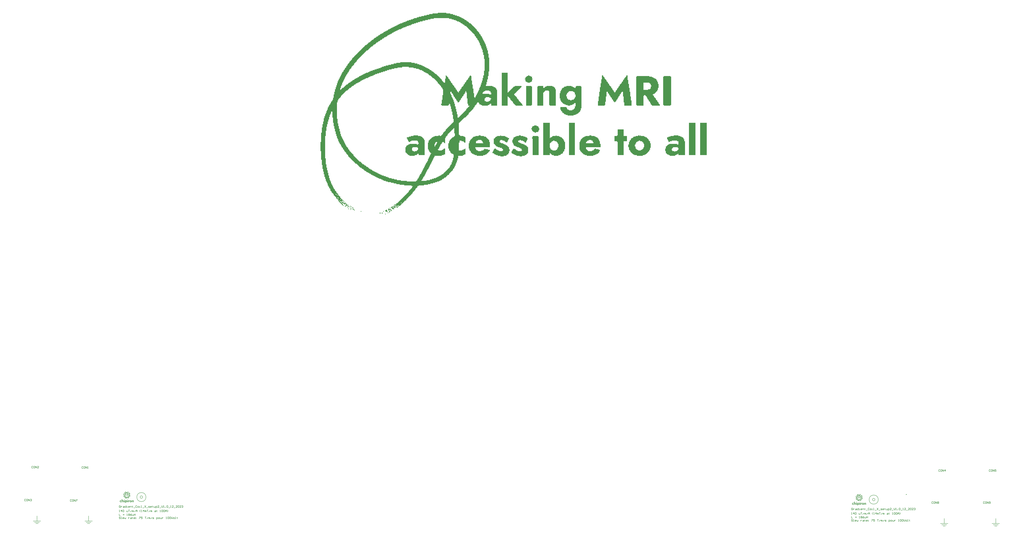
<source format=gbr>
%TF.GenerationSoftware,Altium Limited,Altium Designer,23.9.2 (47)*%
G04 Layer_Color=65535*
%FSLAX45Y45*%
%MOMM*%
%TF.SameCoordinates,B27666AA-0A3C-4052-95A3-D01BD246DD82*%
%TF.FilePolarity,Positive*%
%TF.FileFunction,Legend,Top*%
%TF.Part,Single*%
G01*
G75*
%TA.AperFunction,NonConductor*%
%ADD17C,0.25400*%
G36*
X43238095Y35971429D02*
X43342856D01*
Y35919049D01*
X43447620D01*
Y35761905D01*
X43500000D01*
Y35709525D01*
X43447620D01*
Y35657144D01*
Y35604761D01*
Y35552380D01*
X43395239D01*
Y35500000D01*
X43290475D01*
Y35447620D01*
X43080951D01*
Y35500000D01*
X42976190D01*
Y35552380D01*
X42923810D01*
Y35709525D01*
X42871429D01*
Y35761905D01*
X42923810D01*
Y35866666D01*
X42976190D01*
Y35919049D01*
X43028571D01*
Y35971429D01*
X43133334D01*
Y36023810D01*
X43238095D01*
Y35971429D01*
D02*
G37*
G36*
X47323810Y35133334D02*
X47376190D01*
Y33404761D01*
X47323810D01*
Y33247620D01*
X47271429D01*
Y33142856D01*
X47219049D01*
Y33090475D01*
X47166666D01*
Y33038095D01*
X47114285D01*
Y32985715D01*
X47009525D01*
Y32933334D01*
X46904761D01*
Y32880954D01*
X46747620D01*
Y32828571D01*
X46276190D01*
Y32880954D01*
X46119049D01*
Y32933334D01*
X46014285D01*
Y32985715D01*
X45961905D01*
Y33038095D01*
X45857144D01*
Y33142856D01*
X45804761D01*
Y33195239D01*
X45752380D01*
Y33300000D01*
X45700000D01*
Y33509525D01*
X46171429D01*
Y33457144D01*
X46223810D01*
Y33352380D01*
X46276190D01*
Y33300000D01*
X46380951D01*
Y33247620D01*
X46642856D01*
Y33300000D01*
X46747620D01*
Y33352380D01*
X46800000D01*
Y33404761D01*
X46852380D01*
Y33561905D01*
X46904761D01*
Y33823810D01*
X46800000D01*
Y33771429D01*
X46747620D01*
Y33719049D01*
X46642856D01*
Y33666666D01*
X46485715D01*
Y33614285D01*
X46276190D01*
Y33666666D01*
X46119049D01*
Y33719049D01*
X46014285D01*
Y33771429D01*
X45909525D01*
Y33823810D01*
X45857144D01*
Y33876190D01*
X45804761D01*
Y33928571D01*
X45752380D01*
Y34033334D01*
X45700000D01*
Y34190475D01*
X45647620D01*
Y34609525D01*
X45700000D01*
Y34766666D01*
X45752380D01*
Y34871429D01*
X45804761D01*
Y34976190D01*
X45857144D01*
Y35028571D01*
X45961905D01*
Y35080951D01*
X46014285D01*
Y35133334D01*
X46171429D01*
Y35185715D01*
X46590475D01*
Y35133334D01*
X46695239D01*
Y35080951D01*
X46800000D01*
Y35028571D01*
X46904761D01*
Y35133334D01*
X46957144D01*
Y35185715D01*
X47323810D01*
Y35133334D01*
D02*
G37*
G36*
X45071429D02*
X45176190D01*
Y35080951D01*
X45228571D01*
Y35028571D01*
X45280951D01*
Y34923810D01*
X45333334D01*
Y33614285D01*
X44861905D01*
Y33666666D01*
X44809525D01*
Y34766666D01*
X44757144D01*
Y34819049D01*
X44495239D01*
Y34766666D01*
X44442856D01*
Y34714285D01*
X44390475D01*
Y34661905D01*
X44338095D01*
Y33614285D01*
X43866666D01*
Y35133334D01*
X43919049D01*
Y35185715D01*
X44338095D01*
Y35028571D01*
X44442856D01*
Y35080951D01*
X44495239D01*
Y35133334D01*
X44600000D01*
Y35185715D01*
X45071429D01*
Y35133334D01*
D02*
G37*
G36*
X51042856Y35657144D02*
X51095239D01*
Y35342856D01*
X51147620D01*
Y35028571D01*
X51200000D01*
Y34714285D01*
X51252380D01*
Y34347620D01*
X51304761D01*
Y34033334D01*
X51357141D01*
Y33614285D01*
X50780954D01*
Y33876190D01*
X50728571D01*
Y34347620D01*
X50676190D01*
Y34714285D01*
X50571429D01*
Y34661905D01*
X50519049D01*
Y34557144D01*
X50466666D01*
Y34504761D01*
X50414285D01*
Y34400000D01*
X50361905D01*
Y34347620D01*
X50309525D01*
Y34242856D01*
X50257144D01*
Y34138095D01*
X50204761D01*
Y34085715D01*
X50152380D01*
Y33980951D01*
X50100000D01*
Y33928571D01*
X50047620D01*
Y33876190D01*
X49995239D01*
Y33928571D01*
X49942856D01*
Y33980951D01*
X49890475D01*
Y34085715D01*
X49838095D01*
Y34138095D01*
X49785715D01*
Y34242856D01*
X49733334D01*
Y34295239D01*
X49680951D01*
Y34400000D01*
X49628571D01*
Y34452380D01*
X49576190D01*
Y34557144D01*
X49523810D01*
Y34609525D01*
X49471429D01*
Y34714285D01*
X49366666D01*
Y34347620D01*
X49314285D01*
Y33928571D01*
X49261905D01*
Y33666666D01*
X49209525D01*
Y33614285D01*
X48685715D01*
Y33980951D01*
X48738095D01*
Y34347620D01*
X48790475D01*
Y34714285D01*
X48842856D01*
Y35080951D01*
X48895239D01*
Y35395239D01*
X48947620D01*
Y35709525D01*
X49000000D01*
Y36023810D01*
X49104761D01*
Y35919049D01*
X49157144D01*
Y35866666D01*
X49209525D01*
Y35761905D01*
X49261905D01*
Y35709525D01*
X49314285D01*
Y35657144D01*
X49366666D01*
Y35552380D01*
X49419049D01*
Y35500000D01*
X49471429D01*
Y35395239D01*
X49523810D01*
Y35342856D01*
X49576190D01*
Y35238095D01*
X49628571D01*
Y35185715D01*
X49680951D01*
Y35133334D01*
X49733334D01*
Y35028571D01*
X49785715D01*
Y34976190D01*
X49838095D01*
Y34871429D01*
X49890475D01*
Y34819049D01*
X49942856D01*
Y34714285D01*
X49995239D01*
Y34661905D01*
X50047620D01*
Y34714285D01*
X50100000D01*
Y34819049D01*
X50152380D01*
Y34871429D01*
X50204761D01*
Y34976190D01*
X50257144D01*
Y35028571D01*
X50309525D01*
Y35133334D01*
X50361905D01*
Y35185715D01*
X50414285D01*
Y35290475D01*
X50466666D01*
Y35342856D01*
X50519049D01*
Y35395239D01*
X50571429D01*
Y35500000D01*
X50623810D01*
Y35552380D01*
X50676190D01*
Y35657144D01*
X50728571D01*
Y35709525D01*
X50780954D01*
Y35814285D01*
X50833334D01*
Y35866666D01*
X50885715D01*
Y35919049D01*
X50938095D01*
Y36023810D01*
X51042856D01*
Y35657144D01*
D02*
G37*
G36*
X54447620Y35919049D02*
X54500000D01*
Y34661905D01*
Y34609525D01*
Y33666666D01*
X54447620D01*
Y33614285D01*
X53923810D01*
Y33666666D01*
X53871429D01*
Y35919049D01*
X53923810D01*
Y35971429D01*
X54447620D01*
Y35919049D01*
D02*
G37*
G36*
X52771429D02*
X52980951D01*
Y35866666D01*
X53085712D01*
Y35814285D01*
X53190479D01*
Y35761905D01*
X53295239D01*
Y35709525D01*
X53347620D01*
Y35604761D01*
X53400000D01*
Y35500000D01*
X53452380D01*
Y35342856D01*
X53504761D01*
Y35028571D01*
X53452380D01*
Y34871429D01*
X53400000D01*
Y34766666D01*
X53347620D01*
Y34714285D01*
X53295239D01*
Y34661905D01*
X53242859D01*
Y34609525D01*
X53190479D01*
Y34557144D01*
X53085712D01*
Y34504761D01*
X53033331D01*
Y34452380D01*
X53085712D01*
Y34400000D01*
X53138092D01*
Y34295239D01*
X53190479D01*
Y34242856D01*
X53242859D01*
Y34190475D01*
X53295239D01*
Y34085715D01*
X53347620D01*
Y34033334D01*
X53400000D01*
Y33928571D01*
X53452380D01*
Y33876190D01*
X53504761D01*
Y33771429D01*
X53557141D01*
Y33719049D01*
X53609521D01*
Y33614285D01*
X52980951D01*
Y33666666D01*
X52928571D01*
Y33719049D01*
X52876190D01*
Y33823810D01*
X52823810D01*
Y33928571D01*
X52771429D01*
Y33980951D01*
X52719049D01*
Y34085715D01*
X52666669D01*
Y34138095D01*
X52614288D01*
Y34242856D01*
X52561908D01*
Y34347620D01*
X52509521D01*
Y34400000D01*
X52457141D01*
Y34452380D01*
X52352380D01*
Y34400000D01*
X52300000D01*
Y33614285D01*
X51776190D01*
Y33666666D01*
X51723810D01*
Y35919049D01*
X51776190D01*
Y35971429D01*
X52771429D01*
Y35919049D01*
D02*
G37*
G36*
X43395239Y35133334D02*
X43447620D01*
Y33666666D01*
X43395239D01*
Y33614285D01*
X42976190D01*
Y35185715D01*
X43395239D01*
Y35133334D01*
D02*
G37*
G36*
X41509525Y34661905D02*
X41561905D01*
Y34714285D01*
X41614285D01*
Y34766666D01*
X41666666D01*
Y34819049D01*
X41719049D01*
Y34871429D01*
X41771429D01*
Y34923810D01*
X41823810D01*
Y34976190D01*
X41876190D01*
Y35028571D01*
X41928571D01*
Y35080951D01*
X41980951D01*
Y35133334D01*
X42085715D01*
Y35185715D01*
X42609525D01*
Y35080951D01*
X42557144D01*
Y35028571D01*
X42504761D01*
Y34976190D01*
X42452380D01*
Y34923810D01*
X42400000D01*
Y34871429D01*
X42347620D01*
Y34819049D01*
X42295239D01*
Y34766666D01*
X42242856D01*
Y34714285D01*
X42190475D01*
Y34661905D01*
X42138095D01*
Y34609525D01*
X42085715D01*
Y34557144D01*
X42033334D01*
Y34452380D01*
X42085715D01*
Y34400000D01*
X42138095D01*
Y34347620D01*
X42190475D01*
Y34295239D01*
X42242856D01*
Y34190475D01*
X42295239D01*
Y34138095D01*
X42347620D01*
Y34085715D01*
X42400000D01*
Y33980951D01*
X42452380D01*
Y33928571D01*
X42504761D01*
Y33876190D01*
X42557144D01*
Y33823810D01*
X42609525D01*
Y33771429D01*
X42661905D01*
Y33666666D01*
X42714285D01*
Y33614285D01*
X42138095D01*
Y33666666D01*
X42085715D01*
Y33719049D01*
X42033334D01*
Y33771429D01*
X41980951D01*
Y33823810D01*
X41928571D01*
Y33928571D01*
X41876190D01*
Y33980951D01*
X41823810D01*
Y34033334D01*
X41771429D01*
Y34085715D01*
X41719049D01*
Y34190475D01*
X41666666D01*
Y34242856D01*
X41614285D01*
Y34295239D01*
X41561905D01*
Y34347620D01*
X41509525D01*
Y33614285D01*
X41038095D01*
Y34609525D01*
Y34661905D01*
Y36233334D01*
X41509525D01*
Y34661905D01*
D02*
G37*
G36*
X36638095Y40947620D02*
X36952380D01*
Y40895239D01*
X37161905D01*
Y40842856D01*
X37319049D01*
Y40790475D01*
X37476190D01*
Y40738095D01*
X37633334D01*
Y40685715D01*
X37738095D01*
Y40633334D01*
X37842856D01*
Y40580951D01*
X37947620D01*
Y40528571D01*
X38052380D01*
Y40476190D01*
X38104761D01*
Y40423810D01*
X38209525D01*
Y40371429D01*
X38261905D01*
Y40319049D01*
X38366666D01*
Y40266666D01*
X38419049D01*
Y40214285D01*
X38471429D01*
Y40161905D01*
X38576190D01*
Y40109525D01*
X38628571D01*
Y40057144D01*
X38680951D01*
Y40004761D01*
X38733334D01*
Y39952380D01*
X38785715D01*
Y39900000D01*
X38838095D01*
Y39847620D01*
X38890475D01*
Y39795239D01*
X38942856D01*
Y39742856D01*
X38995239D01*
Y39690475D01*
X39047620D01*
Y39585715D01*
X39100000D01*
Y39533334D01*
X39152380D01*
Y39480954D01*
X39204761D01*
Y39428571D01*
X39257144D01*
Y39323810D01*
X39309525D01*
Y39271429D01*
X39361905D01*
Y39166666D01*
X39414285D01*
Y39114285D01*
X39466666D01*
Y39009525D01*
X39519049D01*
Y38904761D01*
X39571429D01*
Y38800000D01*
X39623810D01*
Y38695239D01*
X39676190D01*
Y38590475D01*
X39728571D01*
Y38485715D01*
X39780951D01*
Y38328571D01*
X39833334D01*
Y38171429D01*
X39885715D01*
Y38014285D01*
X39938095D01*
Y37752380D01*
X39990475D01*
Y37438095D01*
X40042856D01*
Y36338095D01*
X39990475D01*
Y35971429D01*
X39938095D01*
Y35709525D01*
X39885715D01*
Y35500000D01*
X39833334D01*
Y35290475D01*
X39780951D01*
Y35185715D01*
X40304761D01*
Y35133334D01*
X40409525D01*
Y35080951D01*
X40514285D01*
Y35028571D01*
X40566666D01*
Y34976190D01*
X40619049D01*
Y34871429D01*
X40671429D01*
Y33614285D01*
X40200000D01*
Y33771429D01*
X40095239D01*
Y33719049D01*
X40042856D01*
Y33666666D01*
X39938095D01*
Y33614285D01*
X39466666D01*
Y33666666D01*
X39361905D01*
Y33719049D01*
X39257144D01*
Y33823810D01*
X39204761D01*
Y33876190D01*
X39100000D01*
Y33823810D01*
X39047620D01*
Y33719049D01*
X38995239D01*
Y33666666D01*
X38942856D01*
Y33614285D01*
X38890475D01*
Y33509525D01*
X38838095D01*
Y33457144D01*
X38785715D01*
Y33352380D01*
X38733334D01*
Y33300000D01*
X38680951D01*
Y33247620D01*
X38628571D01*
Y33195239D01*
X38576190D01*
Y33142856D01*
X38523810D01*
Y33090475D01*
X38471429D01*
Y33038095D01*
X38419049D01*
Y32933334D01*
X38366666D01*
Y32880954D01*
X38314285D01*
Y32828571D01*
X38261905D01*
Y32776190D01*
X38209525D01*
Y32723810D01*
X38157144D01*
Y32671429D01*
X38052380D01*
Y32619049D01*
X38000000D01*
Y32566666D01*
X37947620D01*
Y32514285D01*
X37895239D01*
Y32461905D01*
X37842856D01*
Y32409525D01*
X37790475D01*
Y32357144D01*
X37738095D01*
Y32304761D01*
X37685715D01*
Y32252380D01*
X37633334D01*
Y31309525D01*
X37685715D01*
Y31257144D01*
X37738095D01*
Y31204761D01*
X38000000D01*
Y31152380D01*
X38104761D01*
Y31100000D01*
X38157144D01*
Y30680951D01*
X38052380D01*
Y30733334D01*
X38000000D01*
Y30785715D01*
X37842856D01*
Y30838095D01*
X37685715D01*
Y30680951D01*
X37633334D01*
Y30052380D01*
X37895239D01*
Y30104761D01*
X38000000D01*
Y30157144D01*
X38104761D01*
Y30209525D01*
X38157144D01*
Y29738095D01*
X38052380D01*
Y29685715D01*
X37947620D01*
Y29633334D01*
X37580954D01*
Y29423810D01*
X37528571D01*
Y29266666D01*
X37476190D01*
Y29109525D01*
X37423810D01*
Y29004761D01*
X37371429D01*
Y28847620D01*
X37319049D01*
Y28742856D01*
X37266666D01*
Y28638095D01*
X37214285D01*
Y28585715D01*
X37161905D01*
Y28480951D01*
X37109525D01*
Y28428571D01*
X37057144D01*
Y28376190D01*
X37004761D01*
Y28323810D01*
X36952380D01*
Y28271429D01*
X36900000D01*
Y28219049D01*
X36847620D01*
Y28114285D01*
X36742856D01*
Y28061905D01*
X36690475D01*
Y28009525D01*
X36638095D01*
Y27957144D01*
X36585715D01*
Y27904761D01*
X36480951D01*
Y27852380D01*
X36428571D01*
Y27800000D01*
X36323810D01*
Y27747620D01*
X36271429D01*
Y27695239D01*
X36166666D01*
Y27642856D01*
X36061905D01*
Y27590475D01*
X35904761D01*
Y27538095D01*
X35747620D01*
Y27485715D01*
X35590475D01*
Y27433334D01*
X35380951D01*
Y27380951D01*
X35171429D01*
Y27328571D01*
X34857144D01*
Y27276190D01*
X34438095D01*
Y27223810D01*
X34333334D01*
Y27119049D01*
X34280954D01*
Y27066666D01*
X34228571D01*
Y27014285D01*
X34176190D01*
Y26909525D01*
X34123810D01*
Y26857144D01*
X34071429D01*
Y26804761D01*
X34019049D01*
Y26752380D01*
X33966666D01*
Y26647620D01*
X33914285D01*
Y26595239D01*
X33861905D01*
Y26542856D01*
X33809525D01*
Y26490475D01*
X33757144D01*
Y26438095D01*
X33704761D01*
Y26385715D01*
X33652380D01*
Y26333334D01*
X33600000D01*
Y26280954D01*
X33547620D01*
Y26228571D01*
X33495239D01*
Y26176190D01*
X33442856D01*
Y26071429D01*
X33338095D01*
Y26019049D01*
X33285715D01*
Y25966666D01*
X33233334D01*
Y25914285D01*
X33180951D01*
Y25861905D01*
X33128571D01*
Y25809525D01*
X33076190D01*
Y25757144D01*
X33023810D01*
Y25704761D01*
X32971429D01*
Y25652380D01*
X32866666D01*
Y25704761D01*
X32814285D01*
Y25652380D01*
X32866666D01*
Y25600000D01*
X32814285D01*
Y25652380D01*
X32604761D01*
Y25704761D01*
X32500000D01*
Y25757144D01*
X32657144D01*
Y25861905D01*
X32761905D01*
Y25914285D01*
X32814285D01*
Y25966666D01*
X32866666D01*
Y26019049D01*
X32919049D01*
Y26071429D01*
X32971429D01*
Y26123810D01*
X33023810D01*
Y26176190D01*
X33076190D01*
Y26228571D01*
X33128571D01*
Y26280954D01*
X33180951D01*
Y26333334D01*
X33233334D01*
Y26385715D01*
X33285715D01*
Y26438095D01*
X33338095D01*
Y26490475D01*
X33390475D01*
Y26542856D01*
X33442856D01*
Y26595239D01*
X33495239D01*
Y26647620D01*
X33547620D01*
Y26700000D01*
X33600000D01*
Y26752380D01*
X33652380D01*
Y26857144D01*
X33704761D01*
Y26909525D01*
X33757144D01*
Y26961905D01*
X33809525D01*
Y27014285D01*
X33861905D01*
Y27066666D01*
X33914285D01*
Y27171429D01*
X33966666D01*
Y27223810D01*
X33861905D01*
Y27276190D01*
X33285715D01*
Y27328571D01*
X32919049D01*
Y27380951D01*
X32657144D01*
Y27433334D01*
X32447620D01*
Y27485715D01*
X32238095D01*
Y27538095D01*
X31976190D01*
Y27590475D01*
X31819049D01*
Y27642856D01*
X31661905D01*
Y27695239D01*
X31557144D01*
Y27747620D01*
X31452380D01*
Y27800000D01*
X31295239D01*
Y27852380D01*
X31190475D01*
Y27904761D01*
X31085715D01*
Y27957144D01*
X30980954D01*
Y28009525D01*
X30876190D01*
Y28061905D01*
X30771429D01*
Y28114285D01*
X30666666D01*
Y28166666D01*
X30614285D01*
Y28219049D01*
X30509525D01*
Y28271429D01*
X30404761D01*
Y28323810D01*
X30300000D01*
Y28376190D01*
X30247620D01*
Y28428571D01*
X30142856D01*
Y28480951D01*
X30090475D01*
Y28533334D01*
X30038095D01*
Y28585715D01*
X29933334D01*
Y28638095D01*
X29880951D01*
Y28690475D01*
X29776190D01*
Y28742856D01*
X29723810D01*
Y28795239D01*
X29671429D01*
Y28847620D01*
X29619049D01*
Y28900000D01*
X29566666D01*
Y28952380D01*
X29514285D01*
Y29004761D01*
X29409525D01*
Y29057144D01*
X29357144D01*
Y29109525D01*
X29304761D01*
Y29161905D01*
X29252380D01*
Y29214285D01*
X29200000D01*
Y29266666D01*
X29147620D01*
Y29319049D01*
X29095239D01*
Y29371429D01*
X29042856D01*
Y29423810D01*
X28990475D01*
Y29476190D01*
X28938095D01*
Y29528571D01*
X28885715D01*
Y29580954D01*
X28833334D01*
Y29685715D01*
X28780951D01*
Y29738095D01*
X28728571D01*
Y29790475D01*
X28676190D01*
Y29895239D01*
X28623810D01*
Y29947620D01*
X28571429D01*
Y30000000D01*
X28519049D01*
Y30104761D01*
X28466666D01*
Y30157144D01*
X28414285D01*
Y30209525D01*
Y30261905D01*
X28361905D01*
Y30314285D01*
X28309525D01*
Y30419049D01*
X28257144D01*
Y30523810D01*
X28204761D01*
Y30576190D01*
X28152380D01*
Y30680951D01*
X28100000D01*
Y30785715D01*
X28047620D01*
Y30942856D01*
X27995239D01*
Y31047620D01*
X27942856D01*
Y31204761D01*
X27890475D01*
Y31361905D01*
X27838095D01*
Y31571429D01*
X27785715D01*
Y31780951D01*
X27733334D01*
Y31990475D01*
X27680954D01*
Y32252380D01*
X27628571D01*
Y32671429D01*
X27576190D01*
Y33142856D01*
X27471429D01*
Y32985715D01*
X27419049D01*
Y32880954D01*
X27366666D01*
Y32723810D01*
X27314285D01*
Y32514285D01*
X27261905D01*
Y32357144D01*
X27209525D01*
Y32147620D01*
X27157144D01*
Y31938095D01*
X27104761D01*
Y31623810D01*
X27052380D01*
Y31204761D01*
X27000000D01*
Y29423810D01*
X27052380D01*
Y28952380D01*
X27104761D01*
Y28690475D01*
X27157144D01*
Y28480951D01*
X27209525D01*
Y28271429D01*
X27261905D01*
Y28061905D01*
X27314285D01*
Y27852380D01*
X27366666D01*
Y27695239D01*
X27419049D01*
Y27590475D01*
X27471429D01*
Y27433334D01*
X27523810D01*
Y27328571D01*
X27576190D01*
Y27223810D01*
X27628571D01*
Y27119049D01*
X27680954D01*
Y27014285D01*
X27733334D01*
Y26961905D01*
X27785715D01*
Y26857144D01*
X27838095D01*
Y26804761D01*
X27890475D01*
Y26700000D01*
X27942856D01*
Y26647620D01*
X27995239D01*
Y26595239D01*
X28047620D01*
Y26490475D01*
X28100000D01*
Y26438095D01*
X28152380D01*
Y26385715D01*
X28204761D01*
Y26280954D01*
X28257144D01*
Y26228571D01*
X28309525D01*
Y26176190D01*
X28361905D01*
Y26123810D01*
X28414285D01*
Y26071429D01*
X28466666D01*
Y26019049D01*
X28519049D01*
Y25966666D01*
X28466666D01*
Y26019049D01*
X28414285D01*
Y26071429D01*
X28361905D01*
Y25966666D01*
X28414285D01*
Y25914285D01*
X28519049D01*
Y25861905D01*
X28571429D01*
Y25914285D01*
X28623810D01*
Y25861905D01*
X28676190D01*
Y25809525D01*
X28728571D01*
Y25704761D01*
X28780951D01*
Y25652380D01*
X28885715D01*
Y25600000D01*
X28938095D01*
Y25547620D01*
X28885715D01*
Y25600000D01*
X28780951D01*
Y25652380D01*
X28676190D01*
Y25704761D01*
X28623810D01*
Y25757144D01*
X28676190D01*
Y25809525D01*
X28571429D01*
Y25757144D01*
X28519049D01*
Y25809525D01*
X28466666D01*
Y25861905D01*
X28361905D01*
Y25914285D01*
X28309525D01*
Y26019049D01*
X28204761D01*
Y25966666D01*
X28257144D01*
Y25914285D01*
X28309525D01*
Y25861905D01*
X28361905D01*
Y25809525D01*
X28414285D01*
Y25704761D01*
X28466666D01*
Y25652380D01*
X28414285D01*
Y25704761D01*
X28361905D01*
Y25757144D01*
X28309525D01*
Y25809525D01*
X28257144D01*
Y25861905D01*
X28204761D01*
Y25914285D01*
X28152380D01*
Y25966666D01*
X28100000D01*
Y26019049D01*
X28047620D01*
Y26176190D01*
X27942856D01*
Y26228571D01*
X27890475D01*
Y26333334D01*
X27838095D01*
Y26385715D01*
X27785715D01*
Y26438095D01*
X27733334D01*
Y26490475D01*
X27680954D01*
Y26595239D01*
X27628571D01*
Y26647620D01*
X27576190D01*
Y26700000D01*
X27523810D01*
Y26804761D01*
X27471429D01*
Y26857144D01*
X27419049D01*
Y27014285D01*
X27366666D01*
Y27066666D01*
X27314285D01*
Y27171429D01*
X27261905D01*
Y27276190D01*
X27209525D01*
Y27433334D01*
X27157144D01*
Y27538095D01*
X27104761D01*
Y27642856D01*
X27052380D01*
Y27800000D01*
X27000000D01*
Y27957144D01*
X26947620D01*
Y28166666D01*
X26895239D01*
Y28376190D01*
X26842856D01*
Y28585715D01*
X26790475D01*
Y28900000D01*
X26738095D01*
Y29319049D01*
X26685715D01*
Y30000000D01*
X26633334D01*
Y30733334D01*
X26685715D01*
Y31466666D01*
X26738095D01*
Y31885715D01*
X26790475D01*
Y32147620D01*
X26842856D01*
Y32357144D01*
X26895239D01*
Y32619049D01*
X26947620D01*
Y32776190D01*
X27000000D01*
Y32933334D01*
X27052380D01*
Y33038095D01*
X27104761D01*
Y33195239D01*
X27157144D01*
Y33300000D01*
X27209525D01*
Y33457144D01*
X27261905D01*
Y33561905D01*
X27314285D01*
Y33666666D01*
X27366666D01*
Y33719049D01*
X27419049D01*
Y33823810D01*
X27471429D01*
Y33928571D01*
X27523810D01*
Y33980951D01*
X27576190D01*
Y34085715D01*
X27628571D01*
Y34242856D01*
X27680954D01*
Y34504761D01*
X27733334D01*
Y34714285D01*
X27785715D01*
Y34923810D01*
X27838095D01*
Y35080951D01*
X27890475D01*
Y35238095D01*
X27942856D01*
Y35395239D01*
X27995239D01*
Y35552380D01*
X28047620D01*
Y35657144D01*
X28100000D01*
Y35761905D01*
X28152380D01*
Y35866666D01*
X28204761D01*
Y35971429D01*
X28257144D01*
Y36076190D01*
X28309525D01*
Y36180954D01*
X28361905D01*
Y36285715D01*
X28414285D01*
Y36338095D01*
X28466666D01*
Y36442856D01*
X28519049D01*
Y36495239D01*
X28571429D01*
Y36600000D01*
X28623810D01*
Y36652380D01*
X28676190D01*
Y36757144D01*
X28728571D01*
Y36809525D01*
X28780951D01*
Y36914285D01*
X28833334D01*
Y36966666D01*
X28885715D01*
Y37019049D01*
X28938095D01*
Y37123810D01*
X28990475D01*
Y37176190D01*
X29042856D01*
Y37228571D01*
X29095239D01*
Y37280951D01*
X29147620D01*
Y37385715D01*
X29200000D01*
Y37438095D01*
X29252380D01*
Y37490475D01*
X29304761D01*
Y37542856D01*
X29357144D01*
Y37595239D01*
X29409525D01*
Y37647620D01*
X29461905D01*
Y37700000D01*
X29514285D01*
Y37752380D01*
X29566666D01*
Y37804761D01*
X29619049D01*
Y37857144D01*
X29671429D01*
Y37909525D01*
X29723810D01*
Y37961905D01*
X29776190D01*
Y38014285D01*
X29828571D01*
Y38066666D01*
X29880951D01*
Y38119049D01*
X29933334D01*
Y38171429D01*
X29985715D01*
Y38223810D01*
X30038095D01*
Y38276190D01*
X30090475D01*
Y38328571D01*
X30142856D01*
Y38380951D01*
X30195239D01*
Y38433334D01*
X30300000D01*
Y38485715D01*
X30352380D01*
Y38538095D01*
X30404761D01*
Y38590475D01*
X30457144D01*
Y38642856D01*
X30561905D01*
Y38695239D01*
X30614285D01*
Y38747620D01*
X30666666D01*
Y38800000D01*
X30719049D01*
Y38852380D01*
X30823810D01*
Y38904761D01*
X30876190D01*
Y38957144D01*
X30928571D01*
Y39009525D01*
X31033334D01*
Y39061905D01*
X31085715D01*
Y39114285D01*
X31190475D01*
Y39166666D01*
X31242856D01*
Y39219049D01*
X31347620D01*
Y39271429D01*
X31400000D01*
Y39323810D01*
X31504761D01*
Y39376190D01*
X31609525D01*
Y39428571D01*
X31661905D01*
Y39480954D01*
X31766666D01*
Y39533334D01*
X31871429D01*
Y39585715D01*
X31976190D01*
Y39638095D01*
X32028571D01*
Y39690475D01*
X32133334D01*
Y39742856D01*
X32238095D01*
Y39795239D01*
X32342856D01*
Y39847620D01*
X32447620D01*
Y39900000D01*
X32552380D01*
Y39952380D01*
X32657144D01*
Y40004761D01*
X32761905D01*
Y40057144D01*
X32866666D01*
Y40109525D01*
X32971429D01*
Y40161905D01*
X33128571D01*
Y40214285D01*
X33233334D01*
Y40266666D01*
X33390475D01*
Y40319049D01*
X33495239D01*
Y40371429D01*
X33652380D01*
Y40423810D01*
X33809525D01*
Y40476190D01*
X33966666D01*
Y40528571D01*
X34071429D01*
Y40580951D01*
X34280954D01*
Y40633334D01*
X34438095D01*
Y40685715D01*
X34647620D01*
Y40738095D01*
X34857144D01*
Y40790475D01*
X35066666D01*
Y40842856D01*
X35276190D01*
Y40895239D01*
X35538095D01*
Y40947620D01*
X35957144D01*
Y41000000D01*
X36638095D01*
Y40947620D01*
D02*
G37*
G36*
X43814285Y31990475D02*
X43919049D01*
Y31938095D01*
X43971429D01*
Y31833334D01*
X44023810D01*
Y31676190D01*
X43971429D01*
Y31571429D01*
X43919049D01*
Y31519049D01*
X43761905D01*
Y31466666D01*
X43657144D01*
Y31519049D01*
X43552380D01*
Y31571429D01*
X43500000D01*
Y31623810D01*
X43447620D01*
Y31728571D01*
X43395239D01*
Y31833334D01*
X43447620D01*
Y31885715D01*
Y31938095D01*
X43500000D01*
Y31990475D01*
X43604761D01*
Y32042856D01*
X43814285D01*
Y31990475D01*
D02*
G37*
G36*
X52090479Y31204761D02*
X52352380D01*
Y31152380D01*
X52457141D01*
Y31100000D01*
X52561908D01*
Y31047620D01*
X52614288D01*
Y30995239D01*
X52666669D01*
Y30942856D01*
X52719049D01*
Y30838095D01*
X52771429D01*
Y30785715D01*
X52823810D01*
Y30628571D01*
X52876190D01*
Y30261905D01*
X52823810D01*
Y30104761D01*
X52771429D01*
Y30000000D01*
X52719049D01*
Y29947620D01*
X52666669D01*
Y29895239D01*
X52614288D01*
Y29842856D01*
X52561908D01*
Y29790475D01*
X52509521D01*
Y29738095D01*
X52404761D01*
Y29685715D01*
X52247620D01*
Y29633334D01*
X51776190D01*
Y29685715D01*
X51566669D01*
Y29738095D01*
X51461908D01*
Y29790475D01*
X51409521D01*
Y29842856D01*
X51357141D01*
Y29895239D01*
X51304761D01*
Y29947620D01*
X51252380D01*
Y30052380D01*
X51200000D01*
Y30104761D01*
X51147620D01*
Y30314285D01*
X51095239D01*
Y30523810D01*
X51147620D01*
Y30733334D01*
X51200000D01*
Y30838095D01*
X51252380D01*
Y30890475D01*
X51304761D01*
Y30995239D01*
X51357141D01*
Y31047620D01*
X51461908D01*
Y31100000D01*
X51514288D01*
Y31152380D01*
X51671429D01*
Y31204761D01*
X51880951D01*
Y31257144D01*
X51985712D01*
Y31204761D01*
X52038092D01*
Y31257144D01*
X52090479D01*
Y31204761D01*
D02*
G37*
G36*
X42557144D02*
X42766666D01*
Y31152380D01*
X42923810D01*
Y31100000D01*
X43028571D01*
Y31047620D01*
X43080951D01*
Y30890475D01*
X43028571D01*
Y30785715D01*
X42976190D01*
Y30680951D01*
X42871429D01*
Y30733334D01*
X42819049D01*
Y30785715D01*
X42714285D01*
Y30838095D01*
X42557144D01*
Y30890475D01*
X42452380D01*
Y30838095D01*
X42347620D01*
Y30733334D01*
X42400000D01*
Y30680951D01*
X42504761D01*
Y30628571D01*
X42609525D01*
Y30576190D01*
X42766666D01*
Y30523810D01*
X42871429D01*
Y30471429D01*
X42976190D01*
Y30419049D01*
X43028571D01*
Y30366666D01*
X43080951D01*
Y30314285D01*
X43133334D01*
Y29842856D01*
X43080951D01*
Y29790475D01*
X43028571D01*
Y29738095D01*
X42976190D01*
Y29685715D01*
X42871429D01*
Y29633334D01*
X42661905D01*
Y29580954D01*
X42452380D01*
Y29633334D01*
X42190475D01*
Y29685715D01*
X42085715D01*
Y29738095D01*
X41980951D01*
Y29790475D01*
X41876190D01*
Y29842856D01*
X41823810D01*
Y30000000D01*
X41876190D01*
Y30104761D01*
X41928571D01*
Y30157144D01*
X41980951D01*
Y30209525D01*
X42033334D01*
Y30157144D01*
X42138095D01*
Y30104761D01*
X42190475D01*
Y30052380D01*
X42295239D01*
Y30000000D01*
X42609525D01*
Y30052380D01*
X42661905D01*
Y30104761D01*
X42609525D01*
Y30209525D01*
X42504761D01*
Y30261905D01*
X42400000D01*
Y30314285D01*
X42242856D01*
Y30366666D01*
X42138095D01*
Y30419049D01*
X42033334D01*
Y30471429D01*
X41980951D01*
Y30576190D01*
X41928571D01*
Y30680951D01*
X41876190D01*
Y30890475D01*
X41928571D01*
Y30995239D01*
X41980951D01*
Y31100000D01*
X42085715D01*
Y31152380D01*
X42190475D01*
Y31204761D01*
X42400000D01*
Y31257144D01*
X42557144D01*
Y31204761D01*
D02*
G37*
G36*
X40985715D02*
X41300000D01*
Y31152380D01*
X41404761D01*
Y31100000D01*
X41509525D01*
Y31047620D01*
X41614285D01*
Y30942856D01*
X41561905D01*
Y30838095D01*
X41509525D01*
Y30733334D01*
X41457144D01*
Y30680951D01*
X41404761D01*
Y30733334D01*
X41300000D01*
Y30785715D01*
X41247620D01*
Y30838095D01*
X41090475D01*
Y30890475D01*
X40933334D01*
Y30838095D01*
X40880954D01*
Y30680951D01*
X40985715D01*
Y30628571D01*
X41142856D01*
Y30576190D01*
X41247620D01*
Y30523810D01*
X41352380D01*
Y30471429D01*
X41457144D01*
Y30419049D01*
X41509525D01*
Y30366666D01*
X41561905D01*
Y30314285D01*
X41614285D01*
Y30157144D01*
X41666666D01*
Y30000000D01*
X41614285D01*
Y29842856D01*
X41561905D01*
Y29738095D01*
X41457144D01*
Y29685715D01*
X41404761D01*
Y29633334D01*
X41195239D01*
Y29580954D01*
X40933334D01*
Y29633334D01*
X40723810D01*
Y29685715D01*
X40566666D01*
Y29738095D01*
X40461905D01*
Y29790475D01*
X40409525D01*
Y29842856D01*
X40304761D01*
Y29947620D01*
X40357144D01*
Y30052380D01*
X40409525D01*
Y30157144D01*
X40461905D01*
Y30209525D01*
X40566666D01*
Y30157144D01*
X40619049D01*
Y30104761D01*
X40723810D01*
Y30052380D01*
X40828571D01*
Y30000000D01*
X41090475D01*
Y30052380D01*
X41142856D01*
Y30157144D01*
X41090475D01*
Y30209525D01*
X41038095D01*
Y30261905D01*
X40880954D01*
Y30314285D01*
X40723810D01*
Y30366666D01*
X40619049D01*
Y30419049D01*
X40566666D01*
Y30471429D01*
X40514285D01*
Y30523810D01*
X40461905D01*
Y30576190D01*
X40409525D01*
Y30995239D01*
X40461905D01*
Y31047620D01*
X40514285D01*
Y31100000D01*
X40566666D01*
Y31152380D01*
X40671429D01*
Y31204761D01*
X40933334D01*
Y31257144D01*
X40985715D01*
Y31204761D01*
D02*
G37*
G36*
X55076190D02*
X55233331D01*
Y31152380D01*
X55338092D01*
Y31100000D01*
X55442859D01*
Y31047620D01*
X55495239D01*
Y30942856D01*
X55547620D01*
Y30785715D01*
X55600000D01*
Y29685715D01*
X55076190D01*
Y29790475D01*
X55023810D01*
Y29738095D01*
X54919049D01*
Y29685715D01*
X54814288D01*
Y29633334D01*
X54395239D01*
Y29685715D01*
X54290479D01*
Y29738095D01*
X54185712D01*
Y29790475D01*
X54133331D01*
Y29842856D01*
X54080951D01*
Y30000000D01*
X54028571D01*
Y30209525D01*
X54080951D01*
Y30366666D01*
X54133331D01*
Y30419049D01*
X54185712D01*
Y30471429D01*
X54238092D01*
Y30523810D01*
X54342859D01*
Y30576190D01*
X54971429D01*
Y30523810D01*
X55076190D01*
Y30785715D01*
X54971429D01*
Y30838095D01*
X54552380D01*
Y30785715D01*
X54395239D01*
Y30733334D01*
X54290479D01*
Y30838095D01*
X54238092D01*
Y30942856D01*
X54185712D01*
Y30995239D01*
Y31100000D01*
X54290479D01*
Y31152380D01*
X54447620D01*
Y31204761D01*
X54709521D01*
Y31257144D01*
X55076190D01*
Y31204761D01*
D02*
G37*
G36*
X57328571Y29685715D02*
X56804761D01*
Y29947620D01*
Y30000000D01*
Y32252380D01*
X57328571D01*
Y29685715D01*
D02*
G37*
G36*
X56438092D02*
X55914288D01*
Y30523810D01*
Y30576190D01*
Y32252380D01*
X56438092D01*
Y29685715D01*
D02*
G37*
G36*
X50728571Y31204761D02*
X50990475D01*
Y30785715D01*
X50728571D01*
Y29685715D01*
X50257144D01*
Y30733334D01*
X50204761D01*
Y30785715D01*
X49995239D01*
Y30838095D01*
Y31204761D01*
X50204761D01*
Y31257144D01*
X50257144D01*
Y31728571D01*
X50728571D01*
Y31204761D01*
D02*
G37*
G36*
X46852380Y30052380D02*
Y30000000D01*
Y29685715D01*
X46380951D01*
Y32252380D01*
X46852380D01*
Y30052380D01*
D02*
G37*
G36*
X43919049Y31152380D02*
X43971429D01*
Y30680951D01*
Y30628571D01*
Y29685715D01*
X43500000D01*
Y30995239D01*
X43447620D01*
Y31100000D01*
X43500000D01*
Y31204761D01*
X43919049D01*
Y31152380D01*
D02*
G37*
G36*
X48161905Y31204761D02*
X48423810D01*
Y31152380D01*
X48528571D01*
Y31100000D01*
X48633334D01*
Y31047620D01*
X48685715D01*
Y30995239D01*
X48738095D01*
Y30890475D01*
X48790475D01*
Y30785715D01*
X48842856D01*
Y30576190D01*
X48895239D01*
Y30314285D01*
X47742856D01*
Y30157144D01*
X47795239D01*
Y30104761D01*
X47847620D01*
Y30052380D01*
X47900000D01*
Y30000000D01*
X48214285D01*
Y30052380D01*
X48319049D01*
Y30104761D01*
X48371429D01*
Y30157144D01*
X48423810D01*
Y30209525D01*
X48528571D01*
Y30157144D01*
X48738095D01*
Y30104761D01*
X48842856D01*
Y30000000D01*
X48790475D01*
Y29895239D01*
X48738095D01*
Y29842856D01*
X48685715D01*
Y29790475D01*
X48580951D01*
Y29738095D01*
X48476190D01*
Y29685715D01*
X48319049D01*
Y29633334D01*
X47795239D01*
Y29685715D01*
X47638095D01*
Y29738095D01*
X47533334D01*
Y29790475D01*
X47480954D01*
Y29842856D01*
X47428571D01*
Y29895239D01*
X47376190D01*
Y29947620D01*
X47323810D01*
Y30000000D01*
X47271429D01*
Y30104761D01*
X47219049D01*
Y30733334D01*
X47271429D01*
Y30838095D01*
X47323810D01*
Y30942856D01*
X47376190D01*
Y30995239D01*
X47428571D01*
Y31047620D01*
X47480954D01*
Y31100000D01*
X47585715D01*
Y31152380D01*
X47690475D01*
Y31204761D01*
X48004761D01*
Y31257144D01*
X48161905D01*
Y31204761D01*
D02*
G37*
G36*
X44861905Y31047620D02*
X44914285D01*
Y31100000D01*
X45019049D01*
Y31152380D01*
X45071429D01*
Y31204761D01*
X45333334D01*
Y31257144D01*
X45385715D01*
Y31204761D01*
X45595239D01*
Y31152380D01*
X45700000D01*
Y31100000D01*
X45804761D01*
Y31047620D01*
X45857144D01*
Y30995239D01*
X45909525D01*
Y30942856D01*
X45961905D01*
Y30838095D01*
X46014285D01*
Y30733334D01*
X46066666D01*
Y30157144D01*
X46014285D01*
Y30000000D01*
X45961905D01*
Y29947620D01*
X45909525D01*
Y29842856D01*
X45857144D01*
Y29790475D01*
X45752380D01*
Y29738095D01*
X45700000D01*
Y29685715D01*
X45542856D01*
Y29633334D01*
X45176190D01*
Y29685715D01*
X45019049D01*
Y29738095D01*
X44966666D01*
Y29790475D01*
X44914285D01*
Y29842856D01*
X44861905D01*
Y29685715D01*
X44338095D01*
Y32252380D01*
X44861905D01*
Y31047620D01*
D02*
G37*
G36*
X39361905Y31204761D02*
X39623810D01*
Y31152380D01*
X39780951D01*
Y31100000D01*
X39833334D01*
Y31047620D01*
X39885715D01*
Y30995239D01*
X39938095D01*
Y30942856D01*
X39990475D01*
Y30890475D01*
X40042856D01*
Y30733334D01*
X40095239D01*
Y30314285D01*
X38942856D01*
Y30209525D01*
X38995239D01*
Y30104761D01*
X39047620D01*
Y30052380D01*
X39152380D01*
Y30000000D01*
X39414285D01*
Y30052380D01*
X39571429D01*
Y30104761D01*
X39623810D01*
Y30157144D01*
X39676190D01*
Y30209525D01*
X39728571D01*
Y30157144D01*
X39938095D01*
Y30104761D01*
X40095239D01*
Y30000000D01*
X40042856D01*
Y29947620D01*
X39990475D01*
Y29895239D01*
X39938095D01*
Y29842856D01*
X39885715D01*
Y29790475D01*
X39833334D01*
Y29738095D01*
X39728571D01*
Y29685715D01*
X39571429D01*
Y29633334D01*
X39047620D01*
Y29685715D01*
X38890475D01*
Y29738095D01*
X38785715D01*
Y29790475D01*
X38680951D01*
Y29842856D01*
X38628571D01*
Y29895239D01*
X38576190D01*
Y30000000D01*
X38523810D01*
Y30052380D01*
X38471429D01*
Y30209525D01*
X38419049D01*
Y30628571D01*
X38471429D01*
Y30733334D01*
Y30785715D01*
X38523810D01*
Y30890475D01*
X38576190D01*
Y30942856D01*
X38628571D01*
Y30995239D01*
X38680951D01*
Y31047620D01*
X38733334D01*
Y31100000D01*
X38785715D01*
Y31152380D01*
X38942856D01*
Y31204761D01*
X39204761D01*
Y31257144D01*
X39361905D01*
Y31204761D01*
D02*
G37*
G36*
X28833334Y25704761D02*
X28780951D01*
Y25757144D01*
X28833334D01*
Y25704761D01*
D02*
G37*
G36*
X28676190Y25600000D02*
X28571429D01*
Y25652380D01*
X28676190D01*
Y25600000D01*
D02*
G37*
G36*
X29042856D02*
X29095239D01*
Y25547620D01*
X29042856D01*
Y25600000D01*
X28990475D01*
Y25652380D01*
X29042856D01*
Y25600000D01*
D02*
G37*
G36*
X32500000Y25652380D02*
X32604761D01*
Y25600000D01*
X32814285D01*
Y25547620D01*
X32761905D01*
Y25495238D01*
X32709525D01*
Y25547620D01*
X32604761D01*
Y25600000D01*
X32552380D01*
Y25547620D01*
X32604761D01*
Y25495238D01*
X32447620D01*
Y25547620D01*
X32342856D01*
Y25495238D01*
X32447620D01*
Y25442857D01*
X32500000D01*
Y25390475D01*
X32342856D01*
Y25442857D01*
X32290475D01*
Y25495238D01*
X32238095D01*
Y25547620D01*
X32290475D01*
Y25600000D01*
X32500000D01*
Y25652380D01*
X32447620D01*
Y25704761D01*
X32500000D01*
Y25652380D01*
D02*
G37*
G36*
X28833334Y25495238D02*
X28780951D01*
Y25547620D01*
X28833334D01*
Y25495238D01*
D02*
G37*
G36*
X32185715Y25442857D02*
X32133334D01*
Y25495238D01*
X32185715D01*
Y25442857D01*
D02*
G37*
G36*
X29200000Y25495238D02*
X29252380D01*
Y25442857D01*
X29200000D01*
Y25495238D01*
X29147620D01*
Y25547620D01*
X29200000D01*
Y25495238D01*
D02*
G37*
G36*
X29042856Y25442857D02*
X28990475D01*
Y25495238D01*
X29042856D01*
Y25442857D01*
D02*
G37*
G36*
X29147620Y25390475D02*
X29095239D01*
Y25442857D01*
X29147620D01*
Y25390475D01*
D02*
G37*
G36*
X28885715D02*
X28833334D01*
Y25442857D01*
X28885715D01*
Y25390475D01*
D02*
G37*
G36*
X29042856Y25338095D02*
X28990475D01*
Y25390475D01*
X29042856D01*
Y25338095D01*
D02*
G37*
G36*
X29304761D02*
X29357144D01*
Y25285715D01*
X29304761D01*
Y25338095D01*
X29200000D01*
Y25390475D01*
X29304761D01*
Y25338095D01*
D02*
G37*
G36*
X32080951Y25390475D02*
X32238095D01*
Y25338095D01*
X32290475D01*
Y25233333D01*
X32238095D01*
Y25285715D01*
X32185715D01*
Y25338095D01*
X32133334D01*
Y25285715D01*
X32028571D01*
Y25442857D01*
X32080951D01*
Y25390475D01*
D02*
G37*
G36*
X31923810Y25285715D02*
Y25233333D01*
X31976190D01*
Y25180952D01*
X31819049D01*
Y25233333D01*
X31766666D01*
Y25285715D01*
X31819049D01*
Y25338095D01*
X31923810D01*
Y25285715D01*
D02*
G37*
G36*
X31661905Y25180952D02*
X31609525D01*
Y25233333D01*
X31661905D01*
Y25180952D01*
D02*
G37*
G36*
X29880951D02*
X29828571D01*
Y25233333D01*
X29880951D01*
Y25180952D01*
D02*
G37*
G36*
X32185715D02*
X32133334D01*
Y25128572D01*
X32080951D01*
Y25233333D01*
X32185715D01*
Y25180952D01*
D02*
G37*
G36*
X32028571Y25076190D02*
X31976190D01*
Y25128572D01*
X32028571D01*
Y25076190D01*
D02*
G37*
G36*
X31557144Y25023808D02*
X31504761D01*
Y25128572D01*
X31557144D01*
Y25023808D01*
D02*
G37*
G36*
X31400000Y25076190D02*
Y25023808D01*
X31347620D01*
Y25128572D01*
X31400000D01*
Y25076190D01*
D02*
G37*
G36*
X31819049Y24971429D02*
X31766666D01*
Y25023808D01*
X31819049D01*
Y24971429D01*
D02*
G37*
G36*
X11348026Y2922040D02*
X11353947D01*
Y2916118D01*
X11365790D01*
Y2910197D01*
X11371711D01*
Y2904276D01*
X11377632D01*
Y2892434D01*
X11383553D01*
Y2880592D01*
X11324342D01*
Y2886513D01*
X11318421D01*
Y2892434D01*
X11312500D01*
Y2898355D01*
X11306579D01*
Y2904276D01*
X11300658D01*
Y2910197D01*
X11294737D01*
Y2927961D01*
X11348026D01*
Y2922040D01*
D02*
G37*
G36*
X11436842Y2833224D02*
X11442763D01*
Y2827303D01*
X11448684D01*
Y2821382D01*
X11460526D01*
Y2809539D01*
X11466447D01*
Y2803618D01*
X11478289D01*
Y2797697D01*
X11484211D01*
Y2791776D01*
X11490132D01*
Y2785855D01*
X11496053D01*
Y2774013D01*
X11501974D01*
Y2720724D01*
X11490132D01*
Y2726645D01*
X11484211D01*
Y2732566D01*
X11478289D01*
Y2738487D01*
X11472368D01*
Y2744408D01*
X11466447D01*
Y2750329D01*
X11460526D01*
Y2756250D01*
X11454605D01*
Y2762171D01*
X11448684D01*
Y2768092D01*
X11442763D01*
Y2774013D01*
X11436842D01*
Y2779934D01*
X11430921D01*
Y2785855D01*
X11425000D01*
Y2791776D01*
X11383553D01*
Y2797697D01*
X11371711D01*
Y2839145D01*
X11436842D01*
Y2833224D01*
D02*
G37*
G36*
X73234418Y2710198D02*
X73228497D01*
Y2704277D01*
X73222577D01*
Y2698356D01*
X73216656D01*
Y2692434D01*
X73210736D01*
Y2686513D01*
X73204816D01*
Y2680592D01*
X73145605D01*
Y2692434D01*
X73151526D01*
Y2704277D01*
X73157446D01*
Y2710198D01*
X73163367D01*
Y2716119D01*
X73175208D01*
Y2722040D01*
X73181128D01*
Y2727961D01*
X73234418D01*
Y2710198D01*
D02*
G37*
G36*
X69548029Y2722040D02*
X69553949D01*
Y2716118D01*
X69565790D01*
Y2710197D01*
X69571710D01*
Y2704276D01*
X69577631D01*
Y2692434D01*
X69583551D01*
Y2680592D01*
X69524341D01*
Y2686513D01*
X69518420D01*
Y2692434D01*
X69512500D01*
Y2698355D01*
X69506580D01*
Y2704276D01*
X69500659D01*
Y2710197D01*
X69494739D01*
Y2727961D01*
X69548029D01*
Y2722040D01*
D02*
G37*
G36*
X11182237Y2922040D02*
X11188158D01*
Y2916118D01*
X11182237D01*
Y2910197D01*
X11176316D01*
Y2904276D01*
X11170395D01*
Y2898355D01*
X11164474D01*
Y2892434D01*
X11158553D01*
Y2886513D01*
X11152631D01*
Y2880592D01*
X11146710D01*
Y2874671D01*
X11140790D01*
Y2868750D01*
X11134869D01*
Y2862829D01*
X11128948D01*
Y2856908D01*
X11123026D01*
Y2850987D01*
X11117105D01*
Y2845066D01*
X11111184D01*
Y2803618D01*
Y2797697D01*
Y2679276D01*
X11099342D01*
Y2685197D01*
X11093421D01*
Y2691118D01*
X11087500D01*
Y2697040D01*
X11081579D01*
Y2702961D01*
X11075658D01*
Y2708882D01*
X11069737D01*
Y2862829D01*
X11075658D01*
Y2868750D01*
X11081579D01*
Y2874671D01*
X11087500D01*
Y2880592D01*
X11093421D01*
Y2886513D01*
X11099342D01*
Y2892434D01*
X11105263D01*
Y2898355D01*
X11111184D01*
Y2910197D01*
X11123026D01*
Y2916118D01*
X11128948D01*
Y2922040D01*
X11134869D01*
Y2927961D01*
X11182237D01*
Y2922040D01*
D02*
G37*
G36*
X11247368Y2898355D02*
X11253289D01*
Y2892434D01*
X11259211D01*
Y2886513D01*
X11265132D01*
Y2880592D01*
X11271053D01*
Y2874671D01*
X11276974D01*
Y2868750D01*
X11282895D01*
Y2862829D01*
X11288816D01*
Y2856908D01*
X11294737D01*
Y2850987D01*
X11300658D01*
Y2845066D01*
X11306579D01*
Y2839145D01*
X11312500D01*
Y2833224D01*
X11318421D01*
Y2827303D01*
X11324342D01*
Y2821382D01*
X11330263D01*
Y2809539D01*
Y2803618D01*
Y2625987D01*
X11324342D01*
Y2620066D01*
X11318421D01*
Y2614145D01*
X11312500D01*
Y2608224D01*
X11306579D01*
Y2602303D01*
X11300658D01*
Y2596382D01*
X11288816D01*
Y2602303D01*
X11282895D01*
Y2803618D01*
X11276974D01*
Y2809539D01*
X11271053D01*
Y2815460D01*
X11265132D01*
Y2821382D01*
X11259211D01*
Y2827303D01*
X11253289D01*
Y2833224D01*
X11247368D01*
Y2839145D01*
X11229605D01*
Y2833224D01*
X11223684D01*
Y2827303D01*
X11217763D01*
Y2821382D01*
X11211842D01*
Y2815460D01*
X11205921D01*
Y2809539D01*
X11200000D01*
Y2590460D01*
X11188158D01*
Y2596382D01*
X11182237D01*
Y2602303D01*
X11176316D01*
Y2608224D01*
X11170395D01*
Y2614145D01*
X11164474D01*
Y2620066D01*
X11158553D01*
Y2625987D01*
X11152631D01*
Y2821382D01*
X11158553D01*
Y2833224D01*
X11164474D01*
Y2839145D01*
X11170395D01*
Y2845066D01*
X11176316D01*
Y2850987D01*
X11182237D01*
Y2856908D01*
X11194079D01*
Y2868750D01*
X11200000D01*
Y2874671D01*
X11211842D01*
Y2880592D01*
X11217763D01*
Y2892434D01*
X11223684D01*
Y2898355D01*
X11229605D01*
Y2904276D01*
X11247368D01*
Y2898355D01*
D02*
G37*
G36*
X11022368Y2697040D02*
X11028290D01*
Y2691118D01*
X11034211D01*
Y2685197D01*
X11040132D01*
Y2679276D01*
X11046053D01*
Y2673355D01*
X11051974D01*
Y2667434D01*
X11057895D01*
Y2661513D01*
X11063816D01*
Y2655592D01*
X11069737D01*
Y2649671D01*
X11075658D01*
Y2643750D01*
X11081579D01*
Y2637829D01*
X11087500D01*
Y2631908D01*
X11093421D01*
Y2625987D01*
X11099342D01*
Y2620066D01*
X11105263D01*
Y2614145D01*
X11111184D01*
Y2608224D01*
X11117105D01*
Y2602303D01*
X11123026D01*
Y2596382D01*
X11128948D01*
Y2590460D01*
X11134869D01*
Y2578618D01*
X11075658D01*
Y2584539D01*
X11069737D01*
Y2590460D01*
X11063816D01*
Y2596382D01*
X11057895D01*
Y2602303D01*
X11051974D01*
Y2608224D01*
X11046053D01*
Y2614145D01*
X11040132D01*
Y2620066D01*
X11034211D01*
Y2625987D01*
X11028290D01*
Y2631908D01*
X11022368D01*
Y2637829D01*
X11016447D01*
Y2643750D01*
X11010526D01*
Y2649671D01*
X11004605D01*
Y2655592D01*
X10998684D01*
Y2661513D01*
X10992763D01*
Y2667434D01*
X10986842D01*
Y2679276D01*
X10980921D01*
Y2774013D01*
X10986842D01*
Y2779934D01*
X10992763D01*
Y2785855D01*
X10998684D01*
Y2791776D01*
X11004605D01*
Y2797697D01*
X11010526D01*
Y2803618D01*
X11016447D01*
Y2809539D01*
X11022368D01*
Y2697040D01*
D02*
G37*
G36*
X69636841Y2633224D02*
X69642761D01*
Y2627303D01*
X69648682D01*
Y2621382D01*
X69660529D01*
Y2609539D01*
X69666449D01*
Y2603618D01*
X69678290D01*
Y2597697D01*
X69684210D01*
Y2591776D01*
X69690131D01*
Y2585855D01*
X69696051D01*
Y2574013D01*
X69701971D01*
Y2520724D01*
X69690131D01*
Y2526645D01*
X69684210D01*
Y2532566D01*
X69678290D01*
Y2538487D01*
X69672369D01*
Y2544408D01*
X69666449D01*
Y2550329D01*
X69660529D01*
Y2556250D01*
X69654602D01*
Y2562171D01*
X69648682D01*
Y2568092D01*
X69642761D01*
Y2574013D01*
X69636841D01*
Y2579934D01*
X69630920D01*
Y2585855D01*
X69625000D01*
Y2591776D01*
X69583551D01*
Y2597697D01*
X69571710D01*
Y2639145D01*
X69636841D01*
Y2633224D01*
D02*
G37*
G36*
X11407237Y2744408D02*
X11413158D01*
Y2738487D01*
X11419079D01*
Y2732566D01*
X11425000D01*
Y2726645D01*
X11430921D01*
Y2720724D01*
X11436842D01*
Y2714803D01*
X11442763D01*
Y2708882D01*
X11448684D01*
Y2702961D01*
X11454605D01*
Y2697040D01*
X11460526D01*
Y2691118D01*
X11466447D01*
Y2685197D01*
X11472368D01*
Y2679276D01*
X11478289D01*
Y2673355D01*
X11484211D01*
Y2667434D01*
X11490132D01*
Y2661513D01*
X11496053D01*
Y2649671D01*
X11501974D01*
Y2554934D01*
X11496053D01*
Y2543092D01*
X11490132D01*
Y2537171D01*
X11484211D01*
Y2531250D01*
X11478289D01*
Y2525329D01*
X11472368D01*
Y2519408D01*
X11460526D01*
Y2631908D01*
X11454605D01*
Y2637829D01*
X11448684D01*
Y2643750D01*
X11442763D01*
Y2649671D01*
X11436842D01*
Y2655592D01*
X11430921D01*
Y2661513D01*
X11425000D01*
Y2667434D01*
X11419079D01*
Y2673355D01*
X11413158D01*
Y2679276D01*
X11407237D01*
Y2685197D01*
X11401316D01*
Y2691118D01*
X11395395D01*
Y2697040D01*
X11389474D01*
Y2702961D01*
X11383553D01*
Y2708882D01*
X11377632D01*
Y2714803D01*
X11371711D01*
Y2750329D01*
X11407237D01*
Y2744408D01*
D02*
G37*
G36*
X10986842Y2608224D02*
X10992763D01*
Y2602303D01*
X10998684D01*
Y2596382D01*
X11004605D01*
Y2590460D01*
X11010526D01*
Y2584539D01*
X11016447D01*
Y2578618D01*
X11022368D01*
Y2572697D01*
X11028290D01*
Y2566776D01*
X11034211D01*
Y2560855D01*
X11040132D01*
Y2554934D01*
X11046053D01*
Y2549013D01*
X11051974D01*
Y2543092D01*
X11057895D01*
Y2537171D01*
X11069737D01*
Y2531250D01*
X11075658D01*
Y2537171D01*
X11093421D01*
Y2531250D01*
X11111184D01*
Y2537171D01*
X11123026D01*
Y2531250D01*
X11134869D01*
Y2537171D01*
X11146710D01*
Y2531250D01*
X11158553D01*
Y2537171D01*
X11164474D01*
Y2531250D01*
X11176316D01*
Y2537171D01*
X11194079D01*
Y2531250D01*
X11211842D01*
Y2537171D01*
X11217763D01*
Y2531250D01*
X11223684D01*
Y2519408D01*
X11217763D01*
Y2513487D01*
X11211842D01*
Y2507566D01*
X11205921D01*
Y2501645D01*
X11200000D01*
Y2495724D01*
X11194079D01*
Y2489803D01*
X11046053D01*
Y2495724D01*
X11040132D01*
Y2501645D01*
X11034211D01*
Y2507566D01*
X11022368D01*
Y2519408D01*
X11016447D01*
Y2525329D01*
X11004605D01*
Y2537171D01*
X10998684D01*
Y2543092D01*
X10986842D01*
Y2554934D01*
X10980921D01*
Y2614145D01*
X10986842D01*
Y2608224D01*
D02*
G37*
G36*
X69382239Y2722040D02*
X69388159D01*
Y2716118D01*
X69382239D01*
Y2710197D01*
X69376318D01*
Y2704276D01*
X69370398D01*
Y2698355D01*
X69364471D01*
Y2692434D01*
X69358551D01*
Y2686513D01*
X69352631D01*
Y2680592D01*
X69346710D01*
Y2674671D01*
X69340790D01*
Y2668750D01*
X69334869D01*
Y2662829D01*
X69328949D01*
Y2656908D01*
X69323029D01*
Y2650987D01*
X69317102D01*
Y2645066D01*
X69311182D01*
Y2603618D01*
Y2597697D01*
Y2479276D01*
X69299341D01*
Y2485197D01*
X69293420D01*
Y2491118D01*
X69287500D01*
Y2497039D01*
X69281580D01*
Y2502960D01*
X69275659D01*
Y2508881D01*
X69269739D01*
Y2662829D01*
X69275659D01*
Y2668750D01*
X69281580D01*
Y2674671D01*
X69287500D01*
Y2680592D01*
X69293420D01*
Y2686513D01*
X69299341D01*
Y2692434D01*
X69305261D01*
Y2698355D01*
X69311182D01*
Y2710197D01*
X69323029D01*
Y2716118D01*
X69328949D01*
Y2722040D01*
X69334869D01*
Y2727961D01*
X69382239D01*
Y2722040D01*
D02*
G37*
G36*
X11383553Y2643750D02*
X11389474D01*
Y2637829D01*
X11395395D01*
Y2631908D01*
X11401316D01*
Y2625987D01*
X11407237D01*
Y2620066D01*
X11413158D01*
Y2608224D01*
X11419079D01*
Y2477961D01*
X11413158D01*
Y2466119D01*
X11407237D01*
Y2454276D01*
X11401316D01*
Y2448355D01*
X11389474D01*
Y2436513D01*
X11377632D01*
Y2430592D01*
X11371711D01*
Y2418750D01*
X11365790D01*
Y2412829D01*
X11359869D01*
Y2406908D01*
X11348026D01*
Y2400987D01*
X11294737D01*
Y2412829D01*
X11300658D01*
Y2418750D01*
X11306579D01*
Y2424671D01*
X11312500D01*
Y2430592D01*
X11318421D01*
Y2436513D01*
X11324342D01*
Y2442434D01*
X11330263D01*
Y2448355D01*
X11336184D01*
Y2454276D01*
X11342105D01*
Y2460197D01*
X11348026D01*
Y2466119D01*
X11353947D01*
Y2472040D01*
X11359869D01*
Y2477961D01*
X11365790D01*
Y2483881D01*
X11371711D01*
Y2649671D01*
X11383553D01*
Y2643750D01*
D02*
G37*
G36*
X11330263Y2501645D02*
X11324342D01*
Y2495724D01*
X11318421D01*
Y2489803D01*
X11312500D01*
Y2483881D01*
X11306579D01*
Y2477961D01*
X11300658D01*
Y2472040D01*
X11294737D01*
Y2466119D01*
X11288816D01*
Y2460197D01*
X11282895D01*
Y2454276D01*
X11276974D01*
Y2448355D01*
X11271053D01*
Y2442434D01*
X11265132D01*
Y2436513D01*
X11259211D01*
Y2430592D01*
X11253289D01*
Y2424671D01*
X11247368D01*
Y2418750D01*
X11241447D01*
Y2412829D01*
X11235526D01*
Y2406908D01*
X11223684D01*
Y2400987D01*
X11134869D01*
Y2406908D01*
X11128948D01*
Y2412829D01*
X11123026D01*
Y2418750D01*
X11111184D01*
Y2430592D01*
X11105263D01*
Y2436513D01*
X11099342D01*
Y2448355D01*
X11211842D01*
Y2454276D01*
X11217763D01*
Y2460197D01*
X11223684D01*
Y2466119D01*
X11229605D01*
Y2472040D01*
X11235526D01*
Y2477961D01*
X11241447D01*
Y2483881D01*
X11247368D01*
Y2489803D01*
X11253289D01*
Y2495724D01*
X11259211D01*
Y2501645D01*
X11265132D01*
Y2507566D01*
X11271053D01*
Y2513487D01*
X11276974D01*
Y2519408D01*
X11282895D01*
Y2525329D01*
X11288816D01*
Y2531250D01*
X11294737D01*
Y2537171D01*
X11300658D01*
Y2543092D01*
X11306579D01*
Y2549013D01*
X11312500D01*
Y2554934D01*
X11318421D01*
Y2560855D01*
X11330263D01*
Y2501645D01*
D02*
G37*
G36*
X69447369Y2698355D02*
X69453290D01*
Y2692434D01*
X69459210D01*
Y2686513D01*
X69465131D01*
Y2680592D01*
X69471051D01*
Y2674671D01*
X69476971D01*
Y2668750D01*
X69482898D01*
Y2662829D01*
X69488818D01*
Y2656908D01*
X69494739D01*
Y2650987D01*
X69500659D01*
Y2645066D01*
X69506580D01*
Y2639145D01*
X69512500D01*
Y2633224D01*
X69518420D01*
Y2627303D01*
X69524341D01*
Y2621382D01*
X69530261D01*
Y2609539D01*
Y2603618D01*
Y2425987D01*
X69524341D01*
Y2420066D01*
X69518420D01*
Y2414145D01*
X69512500D01*
Y2408224D01*
X69506580D01*
Y2402303D01*
X69500659D01*
Y2396382D01*
X69488818D01*
Y2402303D01*
X69482898D01*
Y2603618D01*
X69476971D01*
Y2609539D01*
X69471051D01*
Y2615460D01*
X69465131D01*
Y2621382D01*
X69459210D01*
Y2627303D01*
X69453290D01*
Y2633224D01*
X69447369D01*
Y2639145D01*
X69429608D01*
Y2633224D01*
X69423682D01*
Y2627303D01*
X69417761D01*
Y2621382D01*
X69411841D01*
Y2615460D01*
X69405920D01*
Y2609539D01*
X69400000D01*
Y2390460D01*
X69388159D01*
Y2396382D01*
X69382239D01*
Y2402303D01*
X69376318D01*
Y2408224D01*
X69370398D01*
Y2414145D01*
X69364471D01*
Y2420066D01*
X69358551D01*
Y2425987D01*
X69352631D01*
Y2621382D01*
X69358551D01*
Y2633224D01*
X69364471D01*
Y2639145D01*
X69370398D01*
Y2645066D01*
X69376318D01*
Y2650987D01*
X69382239D01*
Y2656908D01*
X69394080D01*
Y2668750D01*
X69400000D01*
Y2674671D01*
X69411841D01*
Y2680592D01*
X69417761D01*
Y2692434D01*
X69423682D01*
Y2698355D01*
X69429608D01*
Y2704276D01*
X69447369D01*
Y2698355D01*
D02*
G37*
G36*
X69222369Y2497039D02*
X69228290D01*
Y2491118D01*
X69234210D01*
Y2485197D01*
X69240131D01*
Y2479276D01*
X69246051D01*
Y2473355D01*
X69251971D01*
Y2467434D01*
X69257898D01*
Y2461513D01*
X69263818D01*
Y2455592D01*
X69269739D01*
Y2449671D01*
X69275659D01*
Y2443750D01*
X69281580D01*
Y2437829D01*
X69287500D01*
Y2431908D01*
X69293420D01*
Y2425987D01*
X69299341D01*
Y2420066D01*
X69305261D01*
Y2414145D01*
X69311182D01*
Y2408224D01*
X69317102D01*
Y2402303D01*
X69323029D01*
Y2396382D01*
X69328949D01*
Y2390460D01*
X69334869D01*
Y2378618D01*
X69275659D01*
Y2384539D01*
X69269739D01*
Y2390460D01*
X69263818D01*
Y2396382D01*
X69257898D01*
Y2402303D01*
X69251971D01*
Y2408224D01*
X69246051D01*
Y2414145D01*
X69240131D01*
Y2420066D01*
X69234210D01*
Y2425987D01*
X69228290D01*
Y2431908D01*
X69222369D01*
Y2437829D01*
X69216449D01*
Y2443750D01*
X69210529D01*
Y2449671D01*
X69204608D01*
Y2455592D01*
X69198682D01*
Y2461513D01*
X69192761D01*
Y2467434D01*
X69186841D01*
Y2479276D01*
X69180920D01*
Y2574013D01*
X69186841D01*
Y2579934D01*
X69192761D01*
Y2585855D01*
X69198682D01*
Y2591776D01*
X69204608D01*
Y2597697D01*
X69210529D01*
Y2603618D01*
X69216449D01*
Y2609539D01*
X69222369D01*
Y2497039D01*
D02*
G37*
G36*
X69607239Y2544408D02*
X69613159D01*
Y2538487D01*
X69619080D01*
Y2532566D01*
X69625000D01*
Y2526645D01*
X69630920D01*
Y2520724D01*
X69636841D01*
Y2514802D01*
X69642761D01*
Y2508881D01*
X69648682D01*
Y2502960D01*
X69654602D01*
Y2497039D01*
X69660529D01*
Y2491118D01*
X69666449D01*
Y2485197D01*
X69672369D01*
Y2479276D01*
X69678290D01*
Y2473355D01*
X69684210D01*
Y2467434D01*
X69690131D01*
Y2461513D01*
X69696051D01*
Y2449671D01*
X69701971D01*
Y2354934D01*
X69696051D01*
Y2343092D01*
X69690131D01*
Y2337171D01*
X69684210D01*
Y2331250D01*
X69678290D01*
Y2325329D01*
X69672369D01*
Y2319408D01*
X69660529D01*
Y2431908D01*
X69654602D01*
Y2437829D01*
X69648682D01*
Y2443750D01*
X69642761D01*
Y2449671D01*
X69636841D01*
Y2455592D01*
X69630920D01*
Y2461513D01*
X69625000D01*
Y2467434D01*
X69619080D01*
Y2473355D01*
X69613159D01*
Y2479276D01*
X69607239D01*
Y2485197D01*
X69601318D01*
Y2491118D01*
X69595398D01*
Y2497039D01*
X69589471D01*
Y2502960D01*
X69583551D01*
Y2508881D01*
X69577631D01*
Y2514802D01*
X69571710D01*
Y2550329D01*
X69607239D01*
Y2544408D01*
D02*
G37*
G36*
X69186841Y2408224D02*
X69192761D01*
Y2402303D01*
X69198682D01*
Y2396382D01*
X69204608D01*
Y2390460D01*
X69210529D01*
Y2384539D01*
X69216449D01*
Y2378618D01*
X69222369D01*
Y2372697D01*
X69228290D01*
Y2366776D01*
X69234210D01*
Y2360855D01*
X69240131D01*
Y2354934D01*
X69246051D01*
Y2349013D01*
X69251971D01*
Y2343092D01*
X69257898D01*
Y2337171D01*
X69269739D01*
Y2331250D01*
X69275659D01*
Y2337171D01*
X69293420D01*
Y2331250D01*
X69311182D01*
Y2337171D01*
X69323029D01*
Y2331250D01*
X69334869D01*
Y2337171D01*
X69346710D01*
Y2331250D01*
X69358551D01*
Y2337171D01*
X69364471D01*
Y2331250D01*
X69376318D01*
Y2337171D01*
X69394080D01*
Y2331250D01*
X69411841D01*
Y2337171D01*
X69417761D01*
Y2331250D01*
X69423682D01*
Y2319408D01*
X69417761D01*
Y2313487D01*
X69411841D01*
Y2307566D01*
X69405920D01*
Y2301645D01*
X69400000D01*
Y2295724D01*
X69394080D01*
Y2289803D01*
X69246051D01*
Y2295724D01*
X69240131D01*
Y2301645D01*
X69234210D01*
Y2307566D01*
X69222369D01*
Y2319408D01*
X69216449D01*
Y2325329D01*
X69204608D01*
Y2337171D01*
X69198682D01*
Y2343092D01*
X69186841D01*
Y2354934D01*
X69180920D01*
Y2414145D01*
X69186841D01*
Y2408224D01*
D02*
G37*
G36*
X11306579Y2312171D02*
X11318421D01*
Y2306250D01*
X11324342D01*
Y2276645D01*
X11318421D01*
Y2270724D01*
X11288816D01*
Y2276645D01*
X11282895D01*
Y2288487D01*
X11276974D01*
Y2300329D01*
X11282895D01*
Y2312171D01*
X11300658D01*
Y2318092D01*
X11306579D01*
Y2312171D01*
D02*
G37*
G36*
X11040132D02*
X11057895D01*
Y2300329D01*
X11063816D01*
Y2288487D01*
X11057895D01*
Y2276645D01*
X11051974D01*
Y2270724D01*
X11022368D01*
Y2276645D01*
X11016447D01*
Y2288487D01*
X11010526D01*
Y2294408D01*
X11016447D01*
Y2306250D01*
X11022368D01*
Y2312171D01*
X11034211D01*
Y2318092D01*
X11040132D01*
Y2312171D01*
D02*
G37*
G36*
X11756579Y2235197D02*
X11768421D01*
Y2229276D01*
X11774342D01*
Y2223355D01*
X11780263D01*
Y2211513D01*
X11786184D01*
Y2199671D01*
X11792105D01*
Y2093092D01*
X11780263D01*
Y2087171D01*
X11756579D01*
Y2093092D01*
X11750658D01*
Y2099013D01*
X11744737D01*
Y2128618D01*
Y2134540D01*
Y2199671D01*
X11738816D01*
Y2205592D01*
X11709211D01*
Y2199671D01*
X11703290D01*
Y2193750D01*
X11697369D01*
Y2099013D01*
X11691448D01*
Y2093092D01*
X11685526D01*
Y2087171D01*
X11661842D01*
Y2093092D01*
X11655921D01*
Y2099013D01*
X11650000D01*
Y2229276D01*
X11655921D01*
Y2235197D01*
X11691448D01*
Y2229276D01*
X11709211D01*
Y2235197D01*
X11721053D01*
Y2241118D01*
X11756579D01*
Y2235197D01*
D02*
G37*
G36*
X11448684D02*
X11454605D01*
Y2229276D01*
X11460526D01*
Y2217434D01*
X11454605D01*
Y2205592D01*
X11448684D01*
Y2199671D01*
X11442763D01*
Y2193750D01*
X11430921D01*
Y2199671D01*
X11419079D01*
Y2193750D01*
X11407237D01*
Y2181908D01*
X11401316D01*
Y2093092D01*
X11395395D01*
Y2087171D01*
X11371711D01*
Y2093092D01*
X11359869D01*
Y2235197D01*
X11401316D01*
Y2229276D01*
X11413158D01*
Y2235197D01*
X11425000D01*
Y2241118D01*
X11448684D01*
Y2235197D01*
D02*
G37*
G36*
X11205921D02*
X11217763D01*
Y2229276D01*
X11229605D01*
Y2223355D01*
X11235526D01*
Y2217434D01*
X11241447D01*
Y2205592D01*
X11247368D01*
Y2193750D01*
X11253289D01*
Y2134540D01*
X11247368D01*
Y2116776D01*
X11241447D01*
Y2110855D01*
X11235526D01*
Y2104934D01*
X11229605D01*
Y2099013D01*
X11217763D01*
Y2093092D01*
X11211842D01*
Y2087171D01*
X11158553D01*
Y2093092D01*
X11152631D01*
Y2099013D01*
X11146710D01*
Y2104934D01*
X11140790D01*
Y2093092D01*
X11134869D01*
Y2045724D01*
X11093421D01*
Y2229276D01*
X11099342D01*
Y2235197D01*
X11134869D01*
Y2229276D01*
X11140790D01*
Y2223355D01*
X11146710D01*
Y2229276D01*
X11152631D01*
Y2235197D01*
X11164474D01*
Y2241118D01*
X11205921D01*
Y2235197D01*
D02*
G37*
G36*
X69583551Y2443750D02*
X69589471D01*
Y2437829D01*
X69595398D01*
Y2431908D01*
X69601318D01*
Y2425987D01*
X69607239D01*
Y2420066D01*
X69613159D01*
Y2408224D01*
X69619080D01*
Y2277960D01*
X69613159D01*
Y2266118D01*
X69607239D01*
Y2254276D01*
X69601318D01*
Y2248355D01*
X69589471D01*
Y2236513D01*
X69577631D01*
Y2230592D01*
X69571710D01*
Y2218750D01*
X69565790D01*
Y2212829D01*
X69559869D01*
Y2206908D01*
X69548029D01*
Y2200987D01*
X69494739D01*
Y2212829D01*
X69500659D01*
Y2218750D01*
X69506580D01*
Y2224671D01*
X69512500D01*
Y2230592D01*
X69518420D01*
Y2236513D01*
X69524341D01*
Y2242434D01*
X69530261D01*
Y2248355D01*
X69536188D01*
Y2254276D01*
X69542108D01*
Y2260197D01*
X69548029D01*
Y2266118D01*
X69553949D01*
Y2272039D01*
X69559869D01*
Y2277960D01*
X69565790D01*
Y2283881D01*
X69571710D01*
Y2449671D01*
X69583551D01*
Y2443750D01*
D02*
G37*
G36*
X69530261Y2301645D02*
X69524341D01*
Y2295724D01*
X69518420D01*
Y2289803D01*
X69512500D01*
Y2283881D01*
X69506580D01*
Y2277960D01*
X69500659D01*
Y2272039D01*
X69494739D01*
Y2266118D01*
X69488818D01*
Y2260197D01*
X69482898D01*
Y2254276D01*
X69476971D01*
Y2248355D01*
X69471051D01*
Y2242434D01*
X69465131D01*
Y2236513D01*
X69459210D01*
Y2230592D01*
X69453290D01*
Y2224671D01*
X69447369D01*
Y2218750D01*
X69441449D01*
Y2212829D01*
X69435529D01*
Y2206908D01*
X69423682D01*
Y2200987D01*
X69334869D01*
Y2206908D01*
X69328949D01*
Y2212829D01*
X69323029D01*
Y2218750D01*
X69311182D01*
Y2230592D01*
X69305261D01*
Y2236513D01*
X69299341D01*
Y2248355D01*
X69411841D01*
Y2254276D01*
X69417761D01*
Y2260197D01*
X69423682D01*
Y2266118D01*
X69429608D01*
Y2272039D01*
X69435529D01*
Y2277960D01*
X69441449D01*
Y2283881D01*
X69447369D01*
Y2289803D01*
X69453290D01*
Y2295724D01*
X69459210D01*
Y2301645D01*
X69465131D01*
Y2307566D01*
X69471051D01*
Y2313487D01*
X69476971D01*
Y2319408D01*
X69482898D01*
Y2325329D01*
X69488818D01*
Y2331250D01*
X69494739D01*
Y2337171D01*
X69500659D01*
Y2343092D01*
X69506580D01*
Y2349013D01*
X69512500D01*
Y2354934D01*
X69518420D01*
Y2360855D01*
X69530261D01*
Y2301645D01*
D02*
G37*
G36*
X10785526Y2235197D02*
X10797368D01*
Y2229276D01*
X10809211D01*
Y2217434D01*
X10815132D01*
Y2193750D01*
X10791447D01*
Y2199671D01*
X10779605D01*
Y2205592D01*
X10755921D01*
Y2199671D01*
X10744079D01*
Y2193750D01*
X10738158D01*
Y2187829D01*
X10732237D01*
Y2175987D01*
X10726316D01*
Y2146382D01*
X10732237D01*
Y2134540D01*
X10738158D01*
Y2128618D01*
X10750000D01*
Y2122697D01*
X10791447D01*
Y2128618D01*
X10797368D01*
Y2134540D01*
X10809211D01*
Y2128618D01*
X10815132D01*
Y2104934D01*
X10809211D01*
Y2099013D01*
X10803290D01*
Y2093092D01*
X10791447D01*
Y2087171D01*
X10738158D01*
Y2093092D01*
X10726316D01*
Y2099013D01*
X10714474D01*
Y2104934D01*
X10708553D01*
Y2110855D01*
X10702632D01*
Y2116776D01*
X10696710D01*
Y2122697D01*
X10690789D01*
Y2134540D01*
X10684868D01*
Y2193750D01*
X10690789D01*
Y2205592D01*
X10696710D01*
Y2211513D01*
X10702632D01*
Y2217434D01*
X10708553D01*
Y2223355D01*
X10714474D01*
Y2229276D01*
X10726316D01*
Y2235197D01*
X10744079D01*
Y2241118D01*
X10785526D01*
Y2235197D01*
D02*
G37*
G36*
X11567105D02*
X11584869D01*
Y2229276D01*
X11590790D01*
Y2223355D01*
X11602632D01*
Y2217434D01*
X11608553D01*
Y2211513D01*
X11614474D01*
Y2199671D01*
X11620395D01*
Y2187829D01*
X11626316D01*
Y2140461D01*
X11620395D01*
Y2122697D01*
X11614474D01*
Y2116776D01*
X11608553D01*
Y2110855D01*
X11602632D01*
Y2104934D01*
X11596711D01*
Y2099013D01*
X11584869D01*
Y2093092D01*
X11573026D01*
Y2087171D01*
X11519737D01*
Y2093092D01*
X11507895D01*
Y2099013D01*
X11496053D01*
Y2104934D01*
X11490132D01*
Y2110855D01*
X11484211D01*
Y2116776D01*
X11478289D01*
Y2122697D01*
X11472368D01*
Y2134540D01*
X11466447D01*
Y2187829D01*
X11472368D01*
Y2199671D01*
X11478289D01*
Y2211513D01*
X11484211D01*
Y2217434D01*
X11490132D01*
Y2223355D01*
X11496053D01*
Y2229276D01*
X11507895D01*
Y2235197D01*
X11525658D01*
Y2241118D01*
X11567105D01*
Y2235197D01*
D02*
G37*
G36*
X11318421Y2229276D02*
X11324342D01*
Y2128618D01*
Y2122697D01*
Y2093092D01*
X11312500D01*
Y2087171D01*
X11294737D01*
Y2093092D01*
X11282895D01*
Y2235197D01*
X11318421D01*
Y2229276D01*
D02*
G37*
G36*
X11057895Y2093092D02*
X11051974D01*
Y2087171D01*
X11028290D01*
Y2093092D01*
X11016447D01*
Y2229276D01*
X11022368D01*
Y2235197D01*
X11057895D01*
Y2093092D01*
D02*
G37*
G36*
X10886184Y2229276D02*
X10898026D01*
Y2235197D01*
X10909868D01*
Y2241118D01*
X10951316D01*
Y2235197D01*
X10963158D01*
Y2229276D01*
X10969079D01*
Y2223355D01*
X10975000D01*
Y2211513D01*
X10980921D01*
Y2093092D01*
X10975000D01*
Y2087171D01*
X10945395D01*
Y2093092D01*
X10939474D01*
Y2193750D01*
X10933553D01*
Y2205592D01*
X10898026D01*
Y2199671D01*
X10892105D01*
Y2187829D01*
X10886184D01*
Y2093092D01*
X10880263D01*
Y2087171D01*
X10850658D01*
Y2093092D01*
X10844737D01*
Y2335855D01*
X10886184D01*
Y2229276D01*
D02*
G37*
G36*
X69506580Y2112171D02*
X69518420D01*
Y2106250D01*
X69524341D01*
Y2076645D01*
X69518420D01*
Y2070724D01*
X69488818D01*
Y2076645D01*
X69482898D01*
Y2088487D01*
X69476971D01*
Y2100329D01*
X69482898D01*
Y2112171D01*
X69500659D01*
Y2118092D01*
X69506580D01*
Y2112171D01*
D02*
G37*
G36*
X69240131D02*
X69257898D01*
Y2100329D01*
X69263818D01*
Y2088487D01*
X69257898D01*
Y2076645D01*
X69251971D01*
Y2070724D01*
X69222369D01*
Y2076645D01*
X69216449D01*
Y2088487D01*
X69210529D01*
Y2094408D01*
X69216449D01*
Y2106250D01*
X69222369D01*
Y2112171D01*
X69234210D01*
Y2118092D01*
X69240131D01*
Y2112171D01*
D02*
G37*
G36*
X69956580Y2035197D02*
X69968420D01*
Y2029276D01*
X69974341D01*
Y2023355D01*
X69980261D01*
Y2011513D01*
X69986182D01*
Y1999671D01*
X69992108D01*
Y1893092D01*
X69980261D01*
Y1887171D01*
X69956580D01*
Y1893092D01*
X69950659D01*
Y1899013D01*
X69944739D01*
Y1928618D01*
Y1934539D01*
Y1999671D01*
X69938818D01*
Y2005592D01*
X69909210D01*
Y1999671D01*
X69903290D01*
Y1993750D01*
X69897369D01*
Y1899013D01*
X69891449D01*
Y1893092D01*
X69885529D01*
Y1887171D01*
X69861841D01*
Y1893092D01*
X69855920D01*
Y1899013D01*
X69850000D01*
Y2029276D01*
X69855920D01*
Y2035197D01*
X69891449D01*
Y2029276D01*
X69909210D01*
Y2035197D01*
X69921051D01*
Y2041118D01*
X69956580D01*
Y2035197D01*
D02*
G37*
G36*
X69648682D02*
X69654602D01*
Y2029276D01*
X69660529D01*
Y2017434D01*
X69654602D01*
Y2005592D01*
X69648682D01*
Y1999671D01*
X69642761D01*
Y1993750D01*
X69630920D01*
Y1999671D01*
X69619080D01*
Y1993750D01*
X69607239D01*
Y1981908D01*
X69601318D01*
Y1893092D01*
X69595398D01*
Y1887171D01*
X69571710D01*
Y1893092D01*
X69559869D01*
Y2035197D01*
X69601318D01*
Y2029276D01*
X69613159D01*
Y2035197D01*
X69625000D01*
Y2041118D01*
X69648682D01*
Y2035197D01*
D02*
G37*
G36*
X69405920D02*
X69417761D01*
Y2029276D01*
X69429608D01*
Y2023355D01*
X69435529D01*
Y2017434D01*
X69441449D01*
Y2005592D01*
X69447369D01*
Y1993750D01*
X69453290D01*
Y1934539D01*
X69447369D01*
Y1916776D01*
X69441449D01*
Y1910855D01*
X69435529D01*
Y1904934D01*
X69429608D01*
Y1899013D01*
X69417761D01*
Y1893092D01*
X69411841D01*
Y1887171D01*
X69358551D01*
Y1893092D01*
X69352631D01*
Y1899013D01*
X69346710D01*
Y1904934D01*
X69340790D01*
Y1893092D01*
X69334869D01*
Y1845724D01*
X69293420D01*
Y2029276D01*
X69299341D01*
Y2035197D01*
X69334869D01*
Y2029276D01*
X69340790D01*
Y2023355D01*
X69346710D01*
Y2029276D01*
X69352631D01*
Y2035197D01*
X69364471D01*
Y2041118D01*
X69405920D01*
Y2035197D01*
D02*
G37*
G36*
X68985529D02*
X68997369D01*
Y2029276D01*
X69009210D01*
Y2017434D01*
X69015131D01*
Y1993750D01*
X68991449D01*
Y1999671D01*
X68979608D01*
Y2005592D01*
X68955920D01*
Y1999671D01*
X68944080D01*
Y1993750D01*
X68938159D01*
Y1987829D01*
X68932239D01*
Y1975987D01*
X68926318D01*
Y1946381D01*
X68932239D01*
Y1934539D01*
X68938159D01*
Y1928618D01*
X68950000D01*
Y1922697D01*
X68991449D01*
Y1928618D01*
X68997369D01*
Y1934539D01*
X69009210D01*
Y1928618D01*
X69015131D01*
Y1904934D01*
X69009210D01*
Y1899013D01*
X69003290D01*
Y1893092D01*
X68991449D01*
Y1887171D01*
X68938159D01*
Y1893092D01*
X68926318D01*
Y1899013D01*
X68914471D01*
Y1904934D01*
X68908551D01*
Y1910855D01*
X68902631D01*
Y1916776D01*
X68896710D01*
Y1922697D01*
X68890790D01*
Y1934539D01*
X68884869D01*
Y1993750D01*
X68890790D01*
Y2005592D01*
X68896710D01*
Y2011513D01*
X68902631D01*
Y2017434D01*
X68908551D01*
Y2023355D01*
X68914471D01*
Y2029276D01*
X68926318D01*
Y2035197D01*
X68944080D01*
Y2041118D01*
X68985529D01*
Y2035197D01*
D02*
G37*
G36*
X69767108D02*
X69784869D01*
Y2029276D01*
X69790790D01*
Y2023355D01*
X69802631D01*
Y2017434D01*
X69808551D01*
Y2011513D01*
X69814471D01*
Y1999671D01*
X69820398D01*
Y1987829D01*
X69826318D01*
Y1940460D01*
X69820398D01*
Y1922697D01*
X69814471D01*
Y1916776D01*
X69808551D01*
Y1910855D01*
X69802631D01*
Y1904934D01*
X69796710D01*
Y1899013D01*
X69784869D01*
Y1893092D01*
X69773029D01*
Y1887171D01*
X69719739D01*
Y1893092D01*
X69707898D01*
Y1899013D01*
X69696051D01*
Y1904934D01*
X69690131D01*
Y1910855D01*
X69684210D01*
Y1916776D01*
X69678290D01*
Y1922697D01*
X69672369D01*
Y1934539D01*
X69666449D01*
Y1987829D01*
X69672369D01*
Y1999671D01*
X69678290D01*
Y2011513D01*
X69684210D01*
Y2017434D01*
X69690131D01*
Y2023355D01*
X69696051D01*
Y2029276D01*
X69707898D01*
Y2035197D01*
X69725659D01*
Y2041118D01*
X69767108D01*
Y2035197D01*
D02*
G37*
G36*
X69518420Y2029276D02*
X69524341D01*
Y1928618D01*
Y1922697D01*
Y1893092D01*
X69512500D01*
Y1887171D01*
X69494739D01*
Y1893092D01*
X69482898D01*
Y2035197D01*
X69518420D01*
Y2029276D01*
D02*
G37*
G36*
X69257898Y1893092D02*
X69251971D01*
Y1887171D01*
X69228290D01*
Y1893092D01*
X69216449D01*
Y2029276D01*
X69222369D01*
Y2035197D01*
X69257898D01*
Y1893092D01*
D02*
G37*
G36*
X69086182Y2029276D02*
X69098029D01*
Y2035197D01*
X69109869D01*
Y2041118D01*
X69151318D01*
Y2035197D01*
X69163159D01*
Y2029276D01*
X69169080D01*
Y2023355D01*
X69175000D01*
Y2011513D01*
X69180920D01*
Y1893092D01*
X69175000D01*
Y1887171D01*
X69145398D01*
Y1893092D01*
X69139471D01*
Y1993750D01*
X69133551D01*
Y2005592D01*
X69098029D01*
Y1999671D01*
X69092102D01*
Y1987829D01*
X69086182D01*
Y1893092D01*
X69080261D01*
Y1887171D01*
X69050659D01*
Y1893092D01*
X69044739D01*
Y2135855D01*
X69086182D01*
Y2029276D01*
D02*
G37*
%LPC*%
G36*
X46695239Y34766666D02*
X46380951D01*
Y34714285D01*
X46328571D01*
Y34661905D01*
X46276190D01*
Y34609525D01*
X46223810D01*
Y34557144D01*
Y34504761D01*
X46171429D01*
Y34347620D01*
X46223810D01*
Y34190475D01*
X46276190D01*
Y34138095D01*
X46328571D01*
Y34085715D01*
X46485715D01*
Y34033334D01*
X46590475D01*
Y34085715D01*
X46747620D01*
Y34138095D01*
X46800000D01*
Y34190475D01*
X46852380D01*
Y34295239D01*
X46904761D01*
Y34504761D01*
X46852380D01*
Y34661905D01*
X46800000D01*
Y34714285D01*
X46695239D01*
Y34766666D01*
D02*
G37*
G36*
X52771429Y35447620D02*
X52300000D01*
Y34871429D01*
X52666669D01*
Y34923810D01*
X52823810D01*
Y34976190D01*
X52876190D01*
Y35133334D01*
X52928571D01*
Y35238095D01*
X52876190D01*
Y35342856D01*
X52823810D01*
Y35395239D01*
X52771429D01*
Y35447620D01*
D02*
G37*
G36*
X40042856Y34819049D02*
X39728571D01*
Y34766666D01*
X39623810D01*
Y34714285D01*
X39571429D01*
Y34661905D01*
X39519049D01*
Y34609525D01*
Y34557144D01*
X40042856D01*
Y34504761D01*
X40200000D01*
Y34661905D01*
X40147620D01*
Y34766666D01*
X40042856D01*
Y34819049D01*
D02*
G37*
G36*
X36847620Y40580951D02*
X35642856D01*
Y40528571D01*
X35380951D01*
Y40476190D01*
X35171429D01*
Y40423810D01*
X34961905D01*
Y40371429D01*
X34752380D01*
Y40319049D01*
X34542856D01*
Y40266666D01*
X34385715D01*
Y40214285D01*
X34228571D01*
Y40161905D01*
X34071429D01*
Y40109525D01*
X33914285D01*
Y40057144D01*
X33809525D01*
Y40004761D01*
X33652380D01*
Y39952380D01*
X33495239D01*
Y39900000D01*
X33390475D01*
Y39847620D01*
X33233334D01*
Y39795239D01*
X33128571D01*
Y39742856D01*
X33023810D01*
Y39690475D01*
X32866666D01*
Y39638095D01*
X32761905D01*
Y39585715D01*
X32657144D01*
Y39533334D01*
X32552380D01*
Y39480954D01*
X32447620D01*
Y39428571D01*
X32342856D01*
Y39376190D01*
X32290475D01*
Y39323810D01*
X32185715D01*
Y39271429D01*
X32080951D01*
Y39219049D01*
X31976190D01*
Y39166666D01*
X31923810D01*
Y39114285D01*
X31819049D01*
Y39061905D01*
X31714285D01*
Y39009525D01*
X31661905D01*
Y38957144D01*
X31557144D01*
Y38904761D01*
X31504761D01*
Y38852380D01*
X31400000D01*
Y38800000D01*
X31347620D01*
Y38747620D01*
X31242856D01*
Y38695239D01*
X31190475D01*
Y38642856D01*
X31085715D01*
Y38590475D01*
X31033334D01*
Y38538095D01*
X30980954D01*
Y38485715D01*
X30876190D01*
Y38433334D01*
X30823810D01*
Y38380951D01*
X30771429D01*
Y38328571D01*
X30666666D01*
Y38276190D01*
X30614285D01*
Y38223810D01*
X30561905D01*
Y38171429D01*
X30509525D01*
Y38119049D01*
X30457144D01*
Y38066666D01*
X30404761D01*
Y38014285D01*
X30300000D01*
Y37961905D01*
X30247620D01*
Y37909525D01*
X30195239D01*
Y37857144D01*
X30142856D01*
Y37804761D01*
X30090475D01*
Y37752380D01*
X30038095D01*
Y37700000D01*
X29985715D01*
Y37647620D01*
X29933334D01*
Y37595239D01*
X29880951D01*
Y37542856D01*
X29828571D01*
Y37490475D01*
X29776190D01*
Y37438095D01*
X29723810D01*
Y37385715D01*
X29671429D01*
Y37333334D01*
X29619049D01*
Y37280951D01*
X29566666D01*
Y37228571D01*
X29514285D01*
Y37123810D01*
X29461905D01*
Y37071429D01*
X29409525D01*
Y37019049D01*
X29357144D01*
Y36966666D01*
X29304761D01*
Y36861905D01*
X29252380D01*
Y36809525D01*
X29200000D01*
Y36757144D01*
X29147620D01*
Y36704761D01*
X29095239D01*
Y36600000D01*
X29042856D01*
Y36547620D01*
X28990475D01*
Y36495239D01*
X28938095D01*
Y36390475D01*
X28885715D01*
Y36285715D01*
X28833334D01*
Y36233334D01*
X28780951D01*
Y36128571D01*
X28728571D01*
Y36076190D01*
X28676190D01*
Y35971429D01*
X28623810D01*
Y35866666D01*
X28571429D01*
Y35761905D01*
X28519049D01*
Y35657144D01*
X28466666D01*
Y35552380D01*
X28414285D01*
Y35447620D01*
X28361905D01*
Y35290475D01*
X28309525D01*
Y35185715D01*
X28257144D01*
Y35028571D01*
X28204761D01*
Y34871429D01*
X28257144D01*
Y34923810D01*
X28309525D01*
Y34976190D01*
X28361905D01*
Y35028571D01*
X28466666D01*
Y35080951D01*
X28519049D01*
Y35133334D01*
X28571429D01*
Y35185715D01*
X28623810D01*
Y35238095D01*
X28676190D01*
Y35290475D01*
X28780951D01*
Y35342856D01*
X28833334D01*
Y35395239D01*
X28885715D01*
Y35447620D01*
X28990475D01*
Y35500000D01*
X29042856D01*
Y35552380D01*
X29147620D01*
Y35604761D01*
X29200000D01*
Y35657144D01*
X29304761D01*
Y35709525D01*
X29357144D01*
Y35761905D01*
X29461905D01*
Y35814285D01*
X29566666D01*
Y35866666D01*
X29671429D01*
Y35919049D01*
X29723810D01*
Y35971429D01*
X29828571D01*
Y36023810D01*
X29933334D01*
Y36076190D01*
X30038095D01*
Y36128571D01*
X30142856D01*
Y36180954D01*
X30247620D01*
Y36233334D01*
X30404761D01*
Y36285715D01*
X30509525D01*
Y36338095D01*
X30614285D01*
Y36390475D01*
X30771429D01*
Y36442856D01*
X30928571D01*
Y36495239D01*
X31085715D01*
Y36547620D01*
X31242856D01*
Y36600000D01*
X31400000D01*
Y36652380D01*
X31504761D01*
Y36704761D01*
X31661905D01*
Y36757144D01*
X31819049D01*
Y36809525D01*
X32028571D01*
Y36861905D01*
X32238095D01*
Y36914285D01*
X32447620D01*
Y36966666D01*
X32657144D01*
Y37019049D01*
X32971429D01*
Y37071429D01*
X33861905D01*
Y37019049D01*
X34123810D01*
Y36966666D01*
X34333334D01*
Y36914285D01*
X34490475D01*
Y36861905D01*
X34647620D01*
Y36809525D01*
X34752380D01*
Y36757144D01*
X34857144D01*
Y36704761D01*
X34961905D01*
Y36652380D01*
X35066666D01*
Y36600000D01*
X35171429D01*
Y36547620D01*
X35276190D01*
Y36495239D01*
X35328571D01*
Y36442856D01*
X35433334D01*
Y36390475D01*
X35485715D01*
Y36338095D01*
X35590475D01*
Y36285715D01*
X35642856D01*
Y36233334D01*
X35695239D01*
Y36180954D01*
X35747620D01*
Y36128571D01*
X35852380D01*
Y36076190D01*
X35904761D01*
Y36023810D01*
X35957144D01*
Y35971429D01*
X36009525D01*
Y35919049D01*
X36061905D01*
Y35866666D01*
X36114285D01*
Y35814285D01*
X36166666D01*
Y35761905D01*
X36219049D01*
Y35709525D01*
X36271429D01*
Y35604761D01*
X36323810D01*
Y35552380D01*
X36376190D01*
Y35500000D01*
X36428571D01*
Y35447620D01*
X36533334D01*
Y35761905D01*
X36585715D01*
Y36023810D01*
X36638095D01*
Y35971429D01*
X36690475D01*
Y35919049D01*
X36742856D01*
Y35866666D01*
X36795239D01*
Y35761905D01*
X36847620D01*
Y35709525D01*
X36900000D01*
Y35604761D01*
X36952380D01*
Y35552380D01*
X37004761D01*
Y35447620D01*
X37057144D01*
Y35395239D01*
X37109525D01*
Y35290475D01*
X37161905D01*
Y35238095D01*
X37214285D01*
Y35185715D01*
X37266666D01*
Y35080951D01*
X37319049D01*
Y35028571D01*
X37371429D01*
Y34976190D01*
Y34923810D01*
X37423810D01*
Y34871429D01*
X37476190D01*
Y34766666D01*
X37528571D01*
Y34714285D01*
X37580954D01*
Y34661905D01*
X37633334D01*
Y34766666D01*
X37685715D01*
Y34819049D01*
X37738095D01*
Y34923810D01*
X37790475D01*
Y34976190D01*
X37842856D01*
Y35080951D01*
X37895239D01*
Y35133334D01*
X37947620D01*
Y35185715D01*
X38000000D01*
Y35290475D01*
X38052380D01*
Y35342856D01*
X38104761D01*
Y35447620D01*
X38157144D01*
Y35500000D01*
X38209525D01*
Y35604761D01*
X38261905D01*
Y35657144D01*
X38314285D01*
Y35709525D01*
X38366666D01*
Y35814285D01*
X38419049D01*
Y35866666D01*
X38471429D01*
Y35971429D01*
X38523810D01*
Y36023810D01*
X38576190D01*
Y35971429D01*
X38628571D01*
Y35604761D01*
X38680951D01*
Y35290475D01*
X38733334D01*
Y34976190D01*
X38785715D01*
Y34609525D01*
X38838095D01*
Y34295239D01*
X38890475D01*
Y34242856D01*
X38942856D01*
Y34347620D01*
X38995239D01*
Y34452380D01*
X39047620D01*
Y34557144D01*
X39100000D01*
Y34661905D01*
X39152380D01*
Y34766666D01*
X39204761D01*
Y34871429D01*
X39257144D01*
Y35028571D01*
X39309525D01*
Y35133334D01*
X39361905D01*
Y35290475D01*
X39414285D01*
Y35447620D01*
X39466666D01*
Y35604761D01*
X39519049D01*
Y35814285D01*
X39571429D01*
Y36023810D01*
X39623810D01*
Y36390475D01*
X39676190D01*
Y37333334D01*
X39623810D01*
Y37647620D01*
X39571429D01*
Y37857144D01*
X39519049D01*
Y38066666D01*
X39466666D01*
Y38171429D01*
X39414285D01*
Y38328571D01*
X39361905D01*
Y38433334D01*
X39309525D01*
Y38590475D01*
X39257144D01*
Y38695239D01*
X39204761D01*
Y38800000D01*
X39152380D01*
Y38852380D01*
X39100000D01*
Y38957144D01*
X39047620D01*
Y39009525D01*
X38995239D01*
Y39114285D01*
X38942856D01*
Y39166666D01*
X38890475D01*
Y39271429D01*
X38838095D01*
Y39323810D01*
X38785715D01*
Y39376190D01*
X38733334D01*
Y39428571D01*
X38680951D01*
Y39480954D01*
X38628571D01*
Y39533334D01*
X38576190D01*
Y39585715D01*
X38523810D01*
Y39638095D01*
X38471429D01*
Y39690475D01*
X38419049D01*
Y39742856D01*
X38366666D01*
Y39795239D01*
X38314285D01*
Y39847620D01*
X38261905D01*
Y39900000D01*
X38209525D01*
Y39952380D01*
X38104761D01*
Y40004761D01*
X38052380D01*
Y40057144D01*
X37947620D01*
Y40109525D01*
X37895239D01*
Y40161905D01*
X37790475D01*
Y40214285D01*
X37738095D01*
Y40266666D01*
X37633334D01*
Y40319049D01*
X37476190D01*
Y40371429D01*
X37371429D01*
Y40423810D01*
X37214285D01*
Y40476190D01*
X37057144D01*
Y40528571D01*
X36847620D01*
Y40580951D01*
D02*
G37*
G36*
X40042856Y34295239D02*
X39780951D01*
Y34242856D01*
X39728571D01*
Y34190475D01*
X39676190D01*
Y33980951D01*
X39780951D01*
Y33928571D01*
X39990475D01*
Y33980951D01*
X40095239D01*
Y34033334D01*
X40147620D01*
Y34138095D01*
X40200000D01*
Y34190475D01*
X40147620D01*
Y34242856D01*
X40042856D01*
Y34295239D01*
D02*
G37*
G36*
X38209525Y34766666D02*
X38157144D01*
Y34661905D01*
X38104761D01*
Y34557144D01*
X38052380D01*
Y34504761D01*
X38000000D01*
Y34400000D01*
X37947620D01*
Y34347620D01*
X37895239D01*
Y34242856D01*
X37842856D01*
Y34190475D01*
X37790475D01*
Y34085715D01*
X37738095D01*
Y34033334D01*
X37685715D01*
Y33928571D01*
X37633334D01*
Y33876190D01*
X37528571D01*
Y33980951D01*
X37476190D01*
Y34033334D01*
X37423810D01*
Y34138095D01*
X37371429D01*
Y34190475D01*
X37319049D01*
Y34295239D01*
X37266666D01*
Y34347620D01*
X37214285D01*
Y34452380D01*
X37161905D01*
Y34557144D01*
X37109525D01*
Y34609525D01*
X37057144D01*
Y34714285D01*
X36952380D01*
Y34557144D01*
X37004761D01*
Y34452380D01*
X37057144D01*
Y34295239D01*
X37109525D01*
Y34190475D01*
X37161905D01*
Y34085715D01*
X37214285D01*
Y33928571D01*
X37266666D01*
Y33771429D01*
X37319049D01*
Y33561905D01*
X37371429D01*
Y33352380D01*
X37423810D01*
Y33142856D01*
X37476190D01*
Y32933334D01*
X37528571D01*
Y32671429D01*
X37633334D01*
Y32723810D01*
X37685715D01*
Y32776190D01*
X37738095D01*
Y32828571D01*
X37790475D01*
Y32880954D01*
X37842856D01*
Y32933334D01*
X37895239D01*
Y32985715D01*
X37947620D01*
Y33038095D01*
X38000000D01*
Y33090475D01*
X38052380D01*
Y33142856D01*
X38104761D01*
Y33195239D01*
X38157144D01*
Y33247620D01*
X38209525D01*
Y33352380D01*
X38261905D01*
Y33404761D01*
X38314285D01*
Y33457144D01*
X38366666D01*
Y33509525D01*
X38419049D01*
Y33561905D01*
X38471429D01*
Y33614285D01*
X38366666D01*
Y33771429D01*
X38314285D01*
Y34190475D01*
X38261905D01*
Y34661905D01*
X38209525D01*
Y34766666D01*
D02*
G37*
G36*
X33652380Y36704761D02*
X33128571D01*
Y36652380D01*
X32761905D01*
Y36600000D01*
X32500000D01*
Y36547620D01*
X32290475D01*
Y36495239D01*
X32080951D01*
Y36442856D01*
X31923810D01*
Y36390475D01*
X31766666D01*
Y36338095D01*
X31609525D01*
Y36285715D01*
X31452380D01*
Y36233334D01*
X31295239D01*
Y36180954D01*
X31138095D01*
Y36128571D01*
X30980954D01*
Y36076190D01*
X30876190D01*
Y36023810D01*
X30771429D01*
Y35971429D01*
X30614285D01*
Y35919049D01*
X30509525D01*
Y35866666D01*
X30404761D01*
Y35814285D01*
X30247620D01*
Y35761905D01*
X30142856D01*
Y35709525D01*
X30038095D01*
Y35657144D01*
X29933334D01*
Y35604761D01*
X29828571D01*
Y35552380D01*
X29776190D01*
Y35500000D01*
X29671429D01*
Y35447620D01*
X29566666D01*
Y35395239D01*
X29461905D01*
Y35342856D01*
X29409525D01*
Y35290475D01*
X29304761D01*
Y35238095D01*
X29252380D01*
Y35185715D01*
X29147620D01*
Y35133334D01*
X29095239D01*
Y35080951D01*
X29042856D01*
Y35028571D01*
X28938095D01*
Y34976190D01*
X28885715D01*
Y34923810D01*
X28833334D01*
Y34871429D01*
X28780951D01*
Y34819049D01*
X28676190D01*
Y34766666D01*
X28623810D01*
Y34714285D01*
X28571429D01*
Y34661905D01*
X28519049D01*
Y34609525D01*
X28466666D01*
Y34557144D01*
X28414285D01*
Y34504761D01*
X28361905D01*
Y34452380D01*
X28309525D01*
Y34400000D01*
X28257144D01*
Y34295239D01*
X28204761D01*
Y34242856D01*
X28152380D01*
Y34190475D01*
X28100000D01*
Y34138095D01*
X28047620D01*
Y34033334D01*
X27995239D01*
Y33876190D01*
X27942856D01*
Y32566666D01*
X27995239D01*
Y32200000D01*
X28047620D01*
Y31990475D01*
X28100000D01*
Y31780951D01*
X28152380D01*
Y31571429D01*
X28204761D01*
Y31361905D01*
X28257144D01*
Y31204761D01*
X28309525D01*
Y31100000D01*
X28361905D01*
Y30995239D01*
X28414285D01*
Y30890475D01*
X28466666D01*
Y30785715D01*
X28519049D01*
Y30680951D01*
X28571429D01*
Y30576190D01*
X28623810D01*
Y30471429D01*
X28676190D01*
Y30366666D01*
X28728571D01*
Y30314285D01*
X28780951D01*
Y30261905D01*
X28833334D01*
Y30157144D01*
X28885715D01*
Y30104761D01*
X28938095D01*
Y30000000D01*
X28990475D01*
Y29947620D01*
X29042856D01*
Y29895239D01*
X29095239D01*
Y29842856D01*
X29147620D01*
Y29790475D01*
X29200000D01*
Y29738095D01*
X29252380D01*
Y29633334D01*
X29304761D01*
Y29580954D01*
X29357144D01*
Y29528571D01*
X29409525D01*
Y29476190D01*
X29461905D01*
Y29423810D01*
X29514285D01*
Y29371429D01*
X29566666D01*
Y29319049D01*
X29619049D01*
Y29266666D01*
X29671429D01*
Y29214285D01*
X29723810D01*
Y29161905D01*
X29828571D01*
Y29109525D01*
X29880951D01*
Y29057144D01*
X29933334D01*
Y29004761D01*
X29985715D01*
Y28952380D01*
X30090475D01*
Y28900000D01*
X30142856D01*
Y28847620D01*
X30247620D01*
Y28795239D01*
X30300000D01*
Y28742856D01*
X30404761D01*
Y28690475D01*
X30457144D01*
Y28638095D01*
X30509525D01*
Y28585715D01*
X30614285D01*
Y28533334D01*
X30719049D01*
Y28480951D01*
X30771429D01*
Y28428571D01*
X30876190D01*
Y28376190D01*
X30980954D01*
Y28323810D01*
X31085715D01*
Y28271429D01*
X31190475D01*
Y28219049D01*
X31295239D01*
Y28166666D01*
X31400000D01*
Y28114285D01*
X31504761D01*
Y28061905D01*
X31661905D01*
Y28009525D01*
X31819049D01*
Y27957144D01*
X31976190D01*
Y27904761D01*
X32080951D01*
Y27852380D01*
X32290475D01*
Y27800000D01*
X32500000D01*
Y27747620D01*
X32709525D01*
Y27695239D01*
X33023810D01*
Y27642856D01*
X33495239D01*
Y27590475D01*
X34228571D01*
Y27642856D01*
X34280954D01*
Y27695239D01*
X34333334D01*
Y27800000D01*
X34385715D01*
Y27852380D01*
X34438095D01*
Y27957144D01*
X34490475D01*
Y28061905D01*
X34542856D01*
Y28166666D01*
X34595239D01*
Y28219049D01*
X34647620D01*
Y28323810D01*
X34700000D01*
Y28428571D01*
X34752380D01*
Y28533334D01*
X34804761D01*
Y28638095D01*
X34857144D01*
Y28742856D01*
X34909525D01*
Y28847620D01*
X34961905D01*
Y28952380D01*
X35014285D01*
Y29057144D01*
X35066666D01*
Y29109525D01*
X35119049D01*
Y29214285D01*
X35171429D01*
Y29371429D01*
X35223810D01*
Y29476190D01*
X35276190D01*
Y29580954D01*
X35328571D01*
Y29685715D01*
X35380951D01*
Y29790475D01*
X35433334D01*
Y29842856D01*
X35380951D01*
Y29895239D01*
X35328571D01*
Y29947620D01*
X35276190D01*
Y30052380D01*
X35223810D01*
Y30157144D01*
X35171429D01*
Y30680951D01*
X35223810D01*
Y30838095D01*
X35276190D01*
Y30890475D01*
X35328571D01*
Y30942856D01*
X35380951D01*
Y30995239D01*
X35433334D01*
Y31047620D01*
X35485715D01*
Y31100000D01*
X35590475D01*
Y31152380D01*
X35695239D01*
Y31204761D01*
X36009525D01*
Y31257144D01*
X36114285D01*
Y31204761D01*
X36219049D01*
Y31257144D01*
X36271429D01*
Y31309525D01*
X36323810D01*
Y31361905D01*
X36376190D01*
Y31466666D01*
X36428571D01*
Y31519049D01*
X36480951D01*
Y31571429D01*
X36533334D01*
Y31623810D01*
X36585715D01*
Y31728571D01*
X36638095D01*
Y31780951D01*
X36690475D01*
Y31833334D01*
X36742856D01*
Y31885715D01*
X36795239D01*
Y31938095D01*
X36847620D01*
Y31990475D01*
X36900000D01*
Y32042856D01*
X36952380D01*
Y32095239D01*
X37004761D01*
Y32147620D01*
X37057144D01*
Y32200000D01*
X37109525D01*
Y32252380D01*
X37161905D01*
Y32304761D01*
X37214285D01*
Y32566666D01*
X37161905D01*
Y32880954D01*
X37109525D01*
Y33142856D01*
X37057144D01*
Y33352380D01*
X37004761D01*
Y33561905D01*
X36952380D01*
Y33719049D01*
X36900000D01*
Y33771429D01*
X36847620D01*
Y33666666D01*
X36795239D01*
Y33614285D01*
X36271429D01*
Y33666666D01*
X36219049D01*
Y33771429D01*
X36271429D01*
Y34085715D01*
X36323810D01*
Y34452380D01*
X36376190D01*
Y34923810D01*
X36323810D01*
Y35028571D01*
X36271429D01*
Y35080951D01*
X36219049D01*
Y35185715D01*
X36166666D01*
Y35238095D01*
X36114285D01*
Y35290475D01*
X36061905D01*
Y35342856D01*
X36009525D01*
Y35395239D01*
X35957144D01*
Y35500000D01*
X35904761D01*
Y35552380D01*
X35852380D01*
Y35604761D01*
X35800000D01*
Y35657144D01*
X35747620D01*
Y35709525D01*
X35695239D01*
Y35761905D01*
X35642856D01*
Y35814285D01*
X35538095D01*
Y35866666D01*
X35485715D01*
Y35919049D01*
X35433334D01*
Y35971429D01*
X35380951D01*
Y36023810D01*
X35276190D01*
Y36076190D01*
X35223810D01*
Y36128571D01*
X35171429D01*
Y36180954D01*
X35066666D01*
Y36233334D01*
X34961905D01*
Y36285715D01*
X34857144D01*
Y36338095D01*
X34804761D01*
Y36390475D01*
X34700000D01*
Y36442856D01*
X34542856D01*
Y36495239D01*
X34438095D01*
Y36547620D01*
X34228571D01*
Y36600000D01*
X34019049D01*
Y36652380D01*
X33652380D01*
Y36704761D01*
D02*
G37*
G36*
X37266666Y31833334D02*
X37214285D01*
Y31780951D01*
X37161905D01*
Y31728571D01*
X37109525D01*
Y31676190D01*
X37057144D01*
Y31623810D01*
X37004761D01*
Y31571429D01*
X36952380D01*
Y31519049D01*
X36900000D01*
Y31466666D01*
X36847620D01*
Y31414285D01*
X36795239D01*
Y31361905D01*
X36742856D01*
Y31257144D01*
X36690475D01*
Y31204761D01*
X36638095D01*
Y31152380D01*
X36585715D01*
Y31047620D01*
X36533334D01*
Y30628571D01*
X36480951D01*
Y30680951D01*
X36428571D01*
Y30733334D01*
X36323810D01*
Y30680951D01*
X36271429D01*
Y30576190D01*
X36219049D01*
Y30523810D01*
X36166666D01*
Y30419049D01*
X36114285D01*
Y30314285D01*
X36061905D01*
Y30209525D01*
X36009525D01*
Y30157144D01*
X35957144D01*
Y30104761D01*
X36009525D01*
Y30052380D01*
X36271429D01*
Y30104761D01*
X36376190D01*
Y30157144D01*
X36428571D01*
Y30209525D01*
X36533334D01*
Y29738095D01*
X36428571D01*
Y29685715D01*
X36271429D01*
Y29633334D01*
X35695239D01*
Y29528571D01*
X35642856D01*
Y29423810D01*
X35590475D01*
Y29319049D01*
X35538095D01*
Y29214285D01*
X35485715D01*
Y29109525D01*
X35433334D01*
Y29004761D01*
X35380951D01*
Y28900000D01*
X35328571D01*
Y28795239D01*
X35276190D01*
Y28690475D01*
X35223810D01*
Y28585715D01*
X35171429D01*
Y28533334D01*
X35119049D01*
Y28428571D01*
X35066666D01*
Y28323810D01*
X35014285D01*
Y28219049D01*
X34961905D01*
Y28114285D01*
X34909525D01*
Y28009525D01*
X34857144D01*
Y27957144D01*
X34804761D01*
Y27852380D01*
X34752380D01*
Y27747620D01*
X34700000D01*
Y27695239D01*
X34647620D01*
Y27642856D01*
X35066666D01*
Y27695239D01*
X35328571D01*
Y27747620D01*
X35485715D01*
Y27800000D01*
X35642856D01*
Y27852380D01*
X35800000D01*
Y27904761D01*
X35904761D01*
Y27957144D01*
X36009525D01*
Y28009525D01*
X36114285D01*
Y28061905D01*
X36219049D01*
Y28114285D01*
X36271429D01*
Y28166666D01*
X36376190D01*
Y28219049D01*
X36428571D01*
Y28271429D01*
X36480951D01*
Y28323810D01*
X36533334D01*
Y28376190D01*
X36585715D01*
Y28428571D01*
X36638095D01*
Y28480951D01*
X36690475D01*
Y28533334D01*
X36742856D01*
Y28585715D01*
X36795239D01*
Y28638095D01*
X36847620D01*
Y28690475D01*
X36900000D01*
Y28795239D01*
X36952380D01*
Y28900000D01*
X37004761D01*
Y28952380D01*
X37057144D01*
Y29109525D01*
X37109525D01*
Y29266666D01*
X37161905D01*
Y29476190D01*
X37214285D01*
Y29738095D01*
X37161905D01*
Y29790475D01*
X37057144D01*
Y29842856D01*
X37004761D01*
Y29895239D01*
X36952380D01*
Y30000000D01*
X36900000D01*
Y30052380D01*
X36847620D01*
Y30209525D01*
X36795239D01*
Y30628571D01*
X36847620D01*
Y30785715D01*
X36900000D01*
Y30890475D01*
X36952380D01*
Y30942856D01*
X37004761D01*
Y30995239D01*
X37057144D01*
Y31047620D01*
X37109525D01*
Y31100000D01*
X37214285D01*
Y31152380D01*
X37266666D01*
Y31204761D01*
X37319049D01*
Y31414285D01*
X37266666D01*
Y31833334D01*
D02*
G37*
G36*
X35904761Y30733334D02*
X35800000D01*
Y30680951D01*
X35747620D01*
Y30576190D01*
X35695239D01*
Y30366666D01*
X35747620D01*
Y30471429D01*
X35800000D01*
Y30523810D01*
X35852380D01*
Y30628571D01*
X35904761D01*
Y30680951D01*
Y30733334D01*
D02*
G37*
G36*
X27890475Y26595239D02*
X27838095D01*
Y26542856D01*
X27890475D01*
Y26595239D01*
D02*
G37*
G36*
X27995239Y26542856D02*
X27942856D01*
Y26490475D01*
X27995239D01*
Y26542856D01*
D02*
G37*
G36*
X28047620Y26333334D02*
X27995239D01*
Y26228571D01*
X28047620D01*
Y26280954D01*
Y26333334D01*
D02*
G37*
G36*
X28257144Y26176190D02*
X28204761D01*
Y26123810D01*
X28257144D01*
Y26176190D01*
D02*
G37*
G36*
X28152380Y26071429D02*
X28100000D01*
Y26019049D01*
X28152380D01*
Y26071429D01*
D02*
G37*
G36*
X33076190Y25914285D02*
X33023810D01*
Y25861905D01*
X33076190D01*
Y25914285D01*
D02*
G37*
%LPD*%
G36*
X34385715Y31204761D02*
X34595239D01*
Y31152380D01*
X34700000D01*
Y31100000D01*
X34752380D01*
Y31047620D01*
X34804761D01*
Y30995239D01*
X34857144D01*
Y30890475D01*
X34909525D01*
Y29685715D01*
X34438095D01*
Y29790475D01*
X34333334D01*
Y29738095D01*
X34280954D01*
Y29685715D01*
X34123810D01*
Y29633334D01*
X33704761D01*
Y29685715D01*
X33600000D01*
Y29738095D01*
X33547620D01*
Y29790475D01*
X33495239D01*
Y29842856D01*
X33442856D01*
Y29895239D01*
X33390475D01*
Y30314285D01*
X33442856D01*
Y30419049D01*
X33495239D01*
Y30471429D01*
X33600000D01*
Y30523810D01*
X33704761D01*
Y30576190D01*
X34280954D01*
Y30523810D01*
X34385715D01*
Y30576190D01*
X34438095D01*
Y30680951D01*
X34385715D01*
Y30785715D01*
X34333334D01*
Y30838095D01*
X33861905D01*
Y30785715D01*
X33757144D01*
Y30733334D01*
X33652380D01*
Y30785715D01*
X33600000D01*
Y30890475D01*
X33547620D01*
Y30995239D01*
X33495239D01*
Y31100000D01*
X33652380D01*
Y31152380D01*
X33809525D01*
Y31204761D01*
X34019049D01*
Y31257144D01*
X34385715D01*
Y31204761D01*
D02*
G37*
%LPC*%
G36*
X34333334Y30314285D02*
X33966666D01*
Y30261905D01*
X33914285D01*
Y30052380D01*
X33966666D01*
Y30000000D01*
X34071429D01*
Y29947620D01*
X34123810D01*
Y30000000D01*
X34280954D01*
Y30052380D01*
X34333334D01*
Y30104761D01*
X34385715D01*
Y30261905D01*
X34333334D01*
Y30314285D01*
D02*
G37*
G36*
X52038092Y30838095D02*
X51933331D01*
Y30785715D01*
X51828571D01*
Y30733334D01*
X51723810D01*
Y30628571D01*
X51671429D01*
Y30523810D01*
X51619049D01*
Y30366666D01*
X51671429D01*
Y30209525D01*
X51723810D01*
Y30157144D01*
X51776190D01*
Y30104761D01*
X51880951D01*
Y30052380D01*
X52090479D01*
Y30104761D01*
X52195239D01*
Y30157144D01*
X52247620D01*
Y30209525D01*
X52300000D01*
Y30314285D01*
X52352380D01*
Y30576190D01*
X52300000D01*
Y30680951D01*
X52247620D01*
Y30733334D01*
X52195239D01*
Y30785715D01*
X52038092D01*
Y30838095D01*
D02*
G37*
G36*
X55023810Y30314285D02*
X54657141D01*
Y30261905D01*
X54604761D01*
Y30209525D01*
X54552380D01*
Y30052380D01*
X54604761D01*
Y30000000D01*
X54761908D01*
Y29947620D01*
X54814288D01*
Y30000000D01*
X54971429D01*
Y30052380D01*
X55023810D01*
Y30104761D01*
X55076190D01*
Y30157144D01*
Y30209525D01*
Y30261905D01*
X55023810D01*
Y30314285D01*
D02*
G37*
G36*
X48161905Y30890475D02*
X47952380D01*
Y30838095D01*
X47847620D01*
Y30785715D01*
X47795239D01*
Y30733334D01*
X47742856D01*
Y30628571D01*
X48319049D01*
Y30733334D01*
X48266666D01*
Y30838095D01*
X48161905D01*
Y30890475D01*
D02*
G37*
G36*
X45228571Y30838095D02*
X45123810D01*
Y30785715D01*
X45019049D01*
Y30733334D01*
X44966666D01*
Y30680951D01*
X44914285D01*
Y30628571D01*
X44861905D01*
Y30261905D01*
X44914285D01*
Y30157144D01*
X44966666D01*
Y30104761D01*
X45071429D01*
Y30052380D01*
X45333334D01*
Y30104761D01*
X45438095D01*
Y30209525D01*
X45490475D01*
Y30314285D01*
X45542856D01*
Y30576190D01*
X45490475D01*
Y30680951D01*
X45438095D01*
Y30733334D01*
X45385715D01*
Y30785715D01*
X45228571D01*
Y30838095D01*
D02*
G37*
G36*
X39414285Y30890475D02*
X39152380D01*
Y30838095D01*
X39047620D01*
Y30785715D01*
X38995239D01*
Y30733334D01*
Y30628571D01*
X39571429D01*
Y30680951D01*
X39519049D01*
Y30785715D01*
X39466666D01*
Y30838095D01*
X39414285D01*
Y30890475D01*
D02*
G37*
G36*
X11194079Y2199671D02*
X11152631D01*
Y2193750D01*
X11146710D01*
Y2187829D01*
X11140790D01*
Y2170066D01*
X11134869D01*
Y2152303D01*
X11140790D01*
Y2140461D01*
X11146710D01*
Y2134540D01*
X11152631D01*
Y2128618D01*
X11158553D01*
Y2122697D01*
X11188158D01*
Y2128618D01*
X11200000D01*
Y2134540D01*
Y2140461D01*
X11205921D01*
Y2146382D01*
X11211842D01*
Y2175987D01*
X11205921D01*
Y2187829D01*
X11200000D01*
Y2193750D01*
X11194079D01*
Y2199671D01*
D02*
G37*
G36*
X11549342Y2205592D02*
X11537500D01*
Y2199671D01*
X11525658D01*
Y2193750D01*
X11519737D01*
Y2187829D01*
X11513816D01*
Y2181908D01*
X11507895D01*
Y2146382D01*
X11513816D01*
Y2134540D01*
X11519737D01*
Y2128618D01*
X11531579D01*
Y2122697D01*
X11561184D01*
Y2128618D01*
X11567105D01*
Y2134540D01*
X11573026D01*
Y2140461D01*
X11578947D01*
Y2152303D01*
X11584869D01*
Y2170066D01*
X11578947D01*
Y2187829D01*
X11573026D01*
Y2193750D01*
X11567105D01*
Y2199671D01*
X11549342D01*
Y2205592D01*
D02*
G37*
G36*
X69394080Y1999671D02*
X69352631D01*
Y1993750D01*
X69346710D01*
Y1987829D01*
X69340790D01*
Y1970066D01*
X69334869D01*
Y1952302D01*
X69340790D01*
Y1940460D01*
X69346710D01*
Y1934539D01*
X69352631D01*
Y1928618D01*
X69358551D01*
Y1922697D01*
X69388159D01*
Y1928618D01*
X69400000D01*
Y1934539D01*
Y1940460D01*
X69405920D01*
Y1946381D01*
X69411841D01*
Y1975987D01*
X69405920D01*
Y1987829D01*
X69400000D01*
Y1993750D01*
X69394080D01*
Y1999671D01*
D02*
G37*
G36*
X69749341Y2005592D02*
X69737500D01*
Y1999671D01*
X69725659D01*
Y1993750D01*
X69719739D01*
Y1987829D01*
X69713818D01*
Y1981908D01*
X69707898D01*
Y1946381D01*
X69713818D01*
Y1934539D01*
X69719739D01*
Y1928618D01*
X69731580D01*
Y1922697D01*
X69761188D01*
Y1928618D01*
X69767108D01*
Y1934539D01*
X69773029D01*
Y1940460D01*
X69778949D01*
Y1952302D01*
X69784869D01*
Y1970066D01*
X69778949D01*
Y1987829D01*
X69773029D01*
Y1993750D01*
X69767108D01*
Y1999671D01*
X69749341D01*
Y2005592D01*
D02*
G37*
%LPD*%
D17*
X70960553Y2300000D02*
G03*
X70960553Y2300000I-360555J0D01*
G01*
X70700000D02*
G03*
X70700000Y2300000I-100000J0D01*
G01*
X12500000Y2500000D02*
G03*
X12500000Y2500000I-100000J0D01*
G01*
X12760555D02*
G03*
X12760555Y2500000I-360555J0D01*
G01*
X80300000Y400000D02*
Y800000D01*
Y400000D02*
X80600000D01*
X80000000D02*
X80600000D01*
X80100000Y300000D02*
X80200000D01*
X80100000D02*
X80500000D01*
X80200000Y200000D02*
X80400000D01*
X76100000D02*
X76300000D01*
X76000000Y300000D02*
X76400000D01*
X76000000D02*
X76100000D01*
X75900000Y400000D02*
X76500000D01*
X76200000D02*
X76500000D01*
X76200000D02*
Y800000D01*
X4100000Y600000D02*
Y1000000D01*
Y600000D02*
X4400000D01*
X3800000D02*
X4400000D01*
X3900000Y500000D02*
X4000000D01*
X3900000D02*
X4300000D01*
X4000000Y400000D02*
X4200000D01*
X8100000D02*
X8300000D01*
X8000000Y500000D02*
X8400000D01*
X8000000D02*
X8100000D01*
X7900000Y600000D02*
X8500000D01*
X8200000D02*
X8500000D01*
X8200000D02*
Y1000000D01*
X10726967Y1803142D02*
X10701575Y1828534D01*
X10650792D01*
X10625400Y1803142D01*
Y1701575D01*
X10650792Y1676184D01*
X10701575D01*
X10726967Y1701575D01*
Y1752359D01*
X10676183D01*
X10777751Y1777751D02*
Y1676184D01*
Y1726967D01*
X10803142Y1752359D01*
X10828534Y1777751D01*
X10853926D01*
X10955493D02*
X11006277D01*
X11031669Y1752359D01*
Y1676184D01*
X10955493D01*
X10930101Y1701575D01*
X10955493Y1726967D01*
X11031669D01*
X11184019Y1828534D02*
Y1676184D01*
X11107844D01*
X11082452Y1701575D01*
Y1752359D01*
X11107844Y1777751D01*
X11184019D01*
X11234803Y1676184D02*
X11285586D01*
X11260195D01*
Y1777751D01*
X11234803D01*
X11437937Y1676184D02*
X11387154D01*
X11361762Y1701575D01*
Y1752359D01*
X11387154Y1777751D01*
X11437937D01*
X11463329Y1752359D01*
Y1726967D01*
X11361762D01*
X11514112Y1676184D02*
Y1777751D01*
X11590288D01*
X11615680Y1752359D01*
Y1676184D01*
X11691855Y1803142D02*
Y1777751D01*
X11666463D01*
X11717247D01*
X11691855D01*
Y1701575D01*
X11717247Y1676184D01*
X11793422Y1650792D02*
X11894989D01*
X12047340Y1803142D02*
X12021948Y1828534D01*
X11971165D01*
X11945773Y1803142D01*
Y1701575D01*
X11971165Y1676184D01*
X12021948D01*
X12047340Y1701575D01*
X12123515Y1676184D02*
X12174299D01*
X12199691Y1701575D01*
Y1752359D01*
X12174299Y1777751D01*
X12123515D01*
X12098123Y1752359D01*
Y1701575D01*
X12123515Y1676184D01*
X12250474D02*
X12301258D01*
X12275866D01*
Y1777751D01*
X12250474D01*
X12377433Y1676184D02*
X12428216D01*
X12402825D01*
Y1828534D01*
X12377433D01*
X12504392Y1650792D02*
X12605959D01*
X12656743Y1828534D02*
X12758310Y1676184D01*
Y1828534D02*
X12656743Y1676184D01*
X12809093Y1650792D02*
X12910660D01*
X12961444Y1676184D02*
X13037619D01*
X13063011Y1701575D01*
X13037619Y1726967D01*
X12986836D01*
X12961444Y1752359D01*
X12986836Y1777751D01*
X13063011D01*
X13189970Y1676184D02*
X13139188D01*
X13113795Y1701575D01*
Y1752359D01*
X13139188Y1777751D01*
X13189970D01*
X13215363Y1752359D01*
Y1726967D01*
X13113795D01*
X13291537Y1803142D02*
Y1777751D01*
X13266145D01*
X13316930D01*
X13291537D01*
Y1701575D01*
X13316930Y1676184D01*
X13393105Y1777751D02*
Y1701575D01*
X13418497Y1676184D01*
X13494672D01*
Y1777751D01*
X13545454Y1625400D02*
Y1777751D01*
X13621629D01*
X13647021Y1752359D01*
Y1701575D01*
X13621629Y1676184D01*
X13545454D01*
X13799373D02*
X13697806D01*
X13799373Y1777751D01*
Y1803142D01*
X13773981Y1828534D01*
X13723198D01*
X13697806Y1803142D01*
X13850156Y1650792D02*
X13951724D01*
X14002507Y1828534D02*
Y1726967D01*
X14053291Y1676184D01*
X14104074Y1726967D01*
Y1828534D01*
X14154858Y1676184D02*
X14205641D01*
X14180251D01*
Y1828534D01*
X14154858Y1803142D01*
X14281818Y1676184D02*
Y1701575D01*
X14307208D01*
Y1676184D01*
X14281818D01*
X14408775Y1803142D02*
X14434167Y1828534D01*
X14484950D01*
X14510342Y1803142D01*
Y1701575D01*
X14484950Y1676184D01*
X14434167D01*
X14408775Y1701575D01*
Y1803142D01*
X14561127Y1650792D02*
X14662694D01*
X14713477Y1676184D02*
X14764261D01*
X14738869D01*
Y1828534D01*
X14713477Y1803142D01*
X14942003Y1676184D02*
X14840436D01*
X14942003Y1777751D01*
Y1803142D01*
X14916611Y1828534D01*
X14865828D01*
X14840436Y1803142D01*
X14992787Y1650792D02*
X15094354D01*
X15246706Y1676184D02*
X15145137D01*
X15246706Y1777751D01*
Y1803142D01*
X15221313Y1828534D01*
X15170529D01*
X15145137Y1803142D01*
X15297488D02*
X15322881Y1828534D01*
X15373663D01*
X15399055Y1803142D01*
Y1701575D01*
X15373663Y1676184D01*
X15322881D01*
X15297488Y1701575D01*
Y1803142D01*
X15551405Y1676184D02*
X15449838D01*
X15551405Y1777751D01*
Y1803142D01*
X15526015Y1828534D01*
X15475230D01*
X15449838Y1803142D01*
X15602190D02*
X15627580Y1828534D01*
X15678365D01*
X15703757Y1803142D01*
Y1777751D01*
X15678365Y1752359D01*
X15652972D01*
X15678365D01*
X15703757Y1726967D01*
Y1701575D01*
X15678365Y1676184D01*
X15627580D01*
X15602190Y1701575D01*
X68926965Y1603142D02*
X68901575Y1628534D01*
X68850793D01*
X68825403Y1603142D01*
Y1501575D01*
X68850793Y1476183D01*
X68901575D01*
X68926965Y1501575D01*
Y1552359D01*
X68876184D01*
X68977753Y1577751D02*
Y1476183D01*
Y1526967D01*
X69003143Y1552359D01*
X69028534Y1577751D01*
X69053925D01*
X69155493D02*
X69206274D01*
X69231671Y1552359D01*
Y1476183D01*
X69155493D01*
X69130103Y1501575D01*
X69155493Y1526967D01*
X69231671D01*
X69384021Y1628534D02*
Y1476183D01*
X69307843D01*
X69282452Y1501575D01*
Y1552359D01*
X69307843Y1577751D01*
X69384021D01*
X69434802Y1476183D02*
X69485583D01*
X69460193D01*
Y1577751D01*
X69434802D01*
X69637939Y1476183D02*
X69587152D01*
X69561761Y1501575D01*
Y1552359D01*
X69587152Y1577751D01*
X69637939D01*
X69663330Y1552359D01*
Y1526967D01*
X69561761D01*
X69714111Y1476183D02*
Y1577751D01*
X69790289D01*
X69815680Y1552359D01*
Y1476183D01*
X69891858Y1603142D02*
Y1577751D01*
X69866461D01*
X69917249D01*
X69891858D01*
Y1501575D01*
X69917249Y1476183D01*
X69993420Y1450792D02*
X70094989D01*
X70247339Y1603142D02*
X70221948Y1628534D01*
X70171167D01*
X70145770Y1603142D01*
Y1501575D01*
X70171167Y1476183D01*
X70221948D01*
X70247339Y1501575D01*
X70323517Y1476183D02*
X70374298D01*
X70399689Y1501575D01*
Y1552359D01*
X70374298Y1577751D01*
X70323517D01*
X70298126Y1552359D01*
Y1501575D01*
X70323517Y1476183D01*
X70450476D02*
X70501257D01*
X70475867D01*
Y1577751D01*
X70450476D01*
X70577435Y1476183D02*
X70628217D01*
X70602826D01*
Y1628534D01*
X70577435D01*
X70704395Y1450792D02*
X70805957D01*
X70856744Y1628534D02*
X70958313Y1476183D01*
Y1628534D02*
X70856744Y1476183D01*
X71009094Y1450792D02*
X71110663D01*
X71161444Y1476183D02*
X71237622D01*
X71263013Y1501575D01*
X71237622Y1526967D01*
X71186835D01*
X71161444Y1552359D01*
X71186835Y1577751D01*
X71263013D01*
X71389972Y1476183D02*
X71339185D01*
X71313794Y1501575D01*
Y1552359D01*
X71339185Y1577751D01*
X71389972D01*
X71415363Y1552359D01*
Y1526967D01*
X71313794D01*
X71491534Y1603142D02*
Y1577751D01*
X71466144D01*
X71516931D01*
X71491534D01*
Y1501575D01*
X71516931Y1476183D01*
X71593103Y1577751D02*
Y1501575D01*
X71618494Y1476183D01*
X71694672D01*
Y1577751D01*
X71745453Y1425400D02*
Y1577751D01*
X71821631D01*
X71847021Y1552359D01*
Y1501575D01*
X71821631Y1476183D01*
X71745453D01*
X71999371D02*
X71897809D01*
X71999371Y1577751D01*
Y1603142D01*
X71973981Y1628534D01*
X71923199D01*
X71897809Y1603142D01*
X72050159Y1450792D02*
X72151721D01*
X72202509Y1628534D02*
Y1526967D01*
X72253290Y1476183D01*
X72304077Y1526967D01*
Y1628534D01*
X72354858Y1476183D02*
X72405640D01*
X72380249D01*
Y1628534D01*
X72354858Y1603142D01*
X72481818Y1476183D02*
Y1501575D01*
X72507208D01*
Y1476183D01*
X72481818D01*
X72608777Y1603142D02*
X72634167Y1628534D01*
X72684949D01*
X72710345Y1603142D01*
Y1501575D01*
X72684949Y1476183D01*
X72634167D01*
X72608777Y1501575D01*
Y1603142D01*
X72761127Y1450792D02*
X72862695D01*
X72913477Y1476183D02*
X72964264D01*
X72938867D01*
Y1628534D01*
X72913477Y1603142D01*
X73142004Y1476183D02*
X73040436D01*
X73142004Y1577751D01*
Y1603142D01*
X73116614Y1628534D01*
X73065826D01*
X73040436Y1603142D01*
X73192786Y1450792D02*
X73294354D01*
X73446704Y1476183D02*
X73345135D01*
X73446704Y1577751D01*
Y1603142D01*
X73421313Y1628534D01*
X73370526D01*
X73345135Y1603142D01*
X73497485D02*
X73522882Y1628534D01*
X73573663D01*
X73599054Y1603142D01*
Y1501575D01*
X73573663Y1476183D01*
X73522882D01*
X73497485Y1501575D01*
Y1603142D01*
X73751404Y1476183D02*
X73649841D01*
X73751404Y1577751D01*
Y1603142D01*
X73726013Y1628534D01*
X73675232D01*
X73649841Y1603142D01*
X73802191D02*
X73827582Y1628534D01*
X73878363D01*
X73903760Y1603142D01*
Y1577751D01*
X73878363Y1552359D01*
X73852972D01*
X73878363D01*
X73903760Y1526967D01*
Y1501575D01*
X73878363Y1476183D01*
X73827582D01*
X73802191Y1501575D01*
X7769827Y4904699D02*
X7744435Y4930091D01*
X7693652D01*
X7668260Y4904699D01*
Y4803132D01*
X7693652Y4777740D01*
X7744435D01*
X7769827Y4803132D01*
X7896786Y4930091D02*
X7846003D01*
X7820611Y4904699D01*
Y4803132D01*
X7846003Y4777740D01*
X7896786D01*
X7922178Y4803132D01*
Y4904699D01*
X7896786Y4930091D01*
X7972961Y4777740D02*
Y4930091D01*
X8074529Y4777740D01*
Y4930091D01*
X8125312Y4777740D02*
X8176096D01*
X8150704D01*
Y4930091D01*
X8125312Y4904699D01*
X68825403Y1125400D02*
X68876184D01*
X68850793D01*
Y1277751D01*
X68825403Y1252359D01*
X69028534Y1125400D02*
Y1277751D01*
X68952356Y1201575D01*
X69053925D01*
X69104712Y1252359D02*
X69130103Y1277751D01*
X69180884D01*
X69206274Y1252359D01*
Y1150792D01*
X69180884Y1125400D01*
X69130103D01*
X69104712Y1150792D01*
Y1252359D01*
X69409412Y1226967D02*
Y1150792D01*
X69434802Y1125400D01*
X69510980D01*
Y1226967D01*
X69561761Y1277751D02*
X69663330D01*
X69612543D01*
Y1125400D01*
X69714111D02*
X69815680Y1226967D01*
X69866461Y1125400D02*
Y1226967D01*
X69891858D01*
X69917249Y1201575D01*
Y1125400D01*
Y1201575D01*
X69942639Y1226967D01*
X69968030Y1201575D01*
Y1125400D01*
X70018811D02*
X70120380Y1226967D01*
X70171167Y1125400D02*
Y1226967D01*
X70221948Y1277751D01*
X70272729Y1226967D01*
Y1125400D01*
Y1201575D01*
X70171167D01*
X70526648Y1125400D02*
X70475867Y1176183D01*
Y1226967D01*
X70526648Y1277751D01*
X70602826Y1125400D02*
X70653607D01*
X70628217D01*
Y1277751D01*
X70602826Y1252359D01*
X70805957Y1125400D02*
Y1277751D01*
X70729785Y1201575D01*
X70831354D01*
X70882135Y1125400D02*
Y1226967D01*
X70907526D01*
X70932916Y1201575D01*
Y1125400D01*
Y1201575D01*
X70958313Y1226967D01*
X70983704Y1201575D01*
Y1125400D01*
X71034485Y1277751D02*
X71136053D01*
X71085266D01*
Y1125400D01*
X71186835D02*
X71288403Y1226967D01*
X71339185Y1125400D02*
Y1226967D01*
X71364581D01*
X71389972Y1201575D01*
Y1125400D01*
Y1201575D01*
X71415363Y1226967D01*
X71440753Y1201575D01*
Y1125400D01*
X71669281Y1226967D02*
X71720062D01*
X71745453Y1201575D01*
Y1125400D01*
X71669281D01*
X71643890Y1150792D01*
X71669281Y1176183D01*
X71745453D01*
X71821631Y1252359D02*
Y1226967D01*
X71796240D01*
X71847021D01*
X71821631D01*
Y1150792D01*
X71847021Y1125400D01*
X72075549D02*
X72126331D01*
X72100940D01*
Y1277751D01*
X72075549Y1252359D01*
X72202509D02*
X72227899Y1277751D01*
X72278680D01*
X72304077Y1252359D01*
Y1150792D01*
X72278680Y1125400D01*
X72227899D01*
X72202509Y1150792D01*
Y1252359D01*
X72354858D02*
X72380249Y1277751D01*
X72431030D01*
X72456427Y1252359D01*
Y1150792D01*
X72431030Y1125400D01*
X72380249D01*
X72354858Y1150792D01*
Y1252359D01*
X72507208Y1125400D02*
Y1226967D01*
X72557990Y1277751D01*
X72608777Y1226967D01*
Y1125400D01*
Y1201575D01*
X72507208D01*
X72659558Y1125400D02*
X72710345Y1176183D01*
Y1226967D01*
X72659558Y1277751D01*
X68825403Y977751D02*
Y825400D01*
X68926965D01*
X69130103Y876183D02*
X69231671D01*
X69130103Y926967D02*
X69231671D01*
X69434802Y825400D02*
X69485583D01*
X69460193D01*
Y977751D01*
X69434802Y952359D01*
X69561761D02*
X69587152Y977751D01*
X69637939D01*
X69663330Y952359D01*
Y926967D01*
X69637939Y901575D01*
X69663330Y876183D01*
Y850792D01*
X69637939Y825400D01*
X69587152D01*
X69561761Y850792D01*
Y876183D01*
X69587152Y901575D01*
X69561761Y926967D01*
Y952359D01*
X69587152Y901575D02*
X69637939D01*
X69815680Y977751D02*
X69764899Y952359D01*
X69714111Y901575D01*
Y850792D01*
X69739502Y825400D01*
X69790289D01*
X69815680Y850792D01*
Y876183D01*
X69790289Y901575D01*
X69714111D01*
X69866461Y926967D02*
Y850792D01*
X69891858Y825400D01*
X69968030D01*
Y926967D01*
X70018811Y977751D02*
Y825400D01*
Y901575D01*
X70120380D01*
Y977751D01*
Y825400D01*
X68926965Y703142D02*
X68901575Y728534D01*
X68850793D01*
X68825403Y703142D01*
Y677751D01*
X68850793Y652359D01*
X68901575D01*
X68926965Y626967D01*
Y601575D01*
X68901575Y576184D01*
X68850793D01*
X68825403Y601575D01*
X68977753Y576184D02*
X69028534D01*
X69003143D01*
Y728534D01*
X68977753D01*
X69180884Y576184D02*
X69130103D01*
X69104712Y601575D01*
Y652359D01*
X69130103Y677751D01*
X69180884D01*
X69206274Y652359D01*
Y626967D01*
X69104712D01*
X69257062Y677751D02*
Y601575D01*
X69282452Y576184D01*
X69307843Y601575D01*
X69333234Y576184D01*
X69358630Y601575D01*
Y677751D01*
X69561761D02*
Y576184D01*
Y626967D01*
X69587152Y652359D01*
X69612543Y677751D01*
X69637939D01*
X69739502D02*
X69790289D01*
X69815680Y652359D01*
Y576184D01*
X69739502D01*
X69714111Y601575D01*
X69739502Y626967D01*
X69815680D01*
X69891858Y703142D02*
Y677751D01*
X69866461D01*
X69917249D01*
X69891858D01*
Y601575D01*
X69917249Y576184D01*
X70069598D02*
X70018811D01*
X69993420Y601575D01*
Y652359D01*
X70018811Y677751D01*
X70069598D01*
X70094989Y652359D01*
Y626967D01*
X69993420D01*
X70145770Y677751D02*
X70171167D01*
Y652359D01*
X70145770D01*
Y677751D01*
Y601575D02*
X70171167D01*
Y576184D01*
X70145770D01*
Y601575D01*
X70425079Y728534D02*
X70526648D01*
Y703142D01*
X70425079Y601575D01*
Y576184D01*
X70678998Y728534D02*
X70577435D01*
Y652359D01*
X70628217Y677751D01*
X70653607D01*
X70678998Y652359D01*
Y601575D01*
X70653607Y576184D01*
X70602826D01*
X70577435Y601575D01*
X70882135Y728534D02*
X70983704D01*
X70932916D01*
Y576184D01*
X71034485D02*
X71136053Y677751D01*
X71186835Y576184D02*
Y677751D01*
X71212225D01*
X71237622Y652359D01*
Y576184D01*
Y652359D01*
X71263013Y677751D01*
X71288403Y652359D01*
Y576184D01*
X71339185D02*
X71440753Y677751D01*
X71491534Y576184D02*
X71567712D01*
X71593103Y601575D01*
X71567712Y626967D01*
X71516931D01*
X71491534Y652359D01*
X71516931Y677751D01*
X71593103D01*
X71796240Y525400D02*
Y677751D01*
X71872412D01*
X71897809Y652359D01*
Y601575D01*
X71872412Y576184D01*
X71796240D01*
X71973981D02*
X72024762D01*
X72050159Y601575D01*
Y652359D01*
X72024762Y677751D01*
X71973981D01*
X71948590Y652359D01*
Y601575D01*
X71973981Y576184D01*
X72100940Y677751D02*
Y601575D01*
X72126331Y576184D01*
X72202509D01*
Y677751D01*
X72253290D02*
Y576184D01*
Y626967D01*
X72278680Y652359D01*
X72304077Y677751D01*
X72329468D01*
X72557996Y576184D02*
X72608777D01*
X72583386D01*
Y728534D01*
X72557996Y703142D01*
X72684949D02*
X72710345Y728534D01*
X72761127D01*
X72786517Y703142D01*
Y601575D01*
X72761127Y576184D01*
X72710345D01*
X72684949Y601575D01*
Y703142D01*
X72837305D02*
X72862695Y728534D01*
X72913477D01*
X72938867Y703142D01*
Y601575D01*
X72913477Y576184D01*
X72862695D01*
X72837305Y601575D01*
Y703142D01*
X72989655Y728534D02*
Y626967D01*
X73040436Y576184D01*
X73091217Y626967D01*
Y728534D01*
X73167395Y576184D02*
X73218176D01*
X73243573Y601575D01*
Y652359D01*
X73218176Y677751D01*
X73167395D01*
X73142004Y652359D01*
Y601575D01*
X73167395Y576184D01*
X73294354D02*
X73345135D01*
X73319745D01*
Y728534D01*
X73294354D01*
X73446704Y703142D02*
Y677751D01*
X73421313D01*
X73472095D01*
X73446704D01*
Y601575D01*
X73472095Y576184D01*
X10726967Y903142D02*
X10701575Y928534D01*
X10650792D01*
X10625400Y903142D01*
Y877751D01*
X10650792Y852359D01*
X10701575D01*
X10726967Y826967D01*
Y801575D01*
X10701575Y776184D01*
X10650792D01*
X10625400Y801575D01*
X10777751Y776184D02*
X10828534D01*
X10803142D01*
Y928534D01*
X10777751D01*
X10980885Y776184D02*
X10930101D01*
X10904709Y801575D01*
Y852359D01*
X10930101Y877751D01*
X10980885D01*
X11006277Y852359D01*
Y826967D01*
X10904709D01*
X11057060Y877751D02*
Y801575D01*
X11082452Y776184D01*
X11107844Y801575D01*
X11133236Y776184D01*
X11158627Y801575D01*
Y877751D01*
X11361762D02*
Y776184D01*
Y826967D01*
X11387154Y852359D01*
X11412545Y877751D01*
X11437937D01*
X11539504D02*
X11590288D01*
X11615680Y852359D01*
Y776184D01*
X11539504D01*
X11514112Y801575D01*
X11539504Y826967D01*
X11615680D01*
X11691855Y903142D02*
Y877751D01*
X11666463D01*
X11717247D01*
X11691855D01*
Y801575D01*
X11717247Y776184D01*
X11869597D02*
X11818814D01*
X11793422Y801575D01*
Y852359D01*
X11818814Y877751D01*
X11869597D01*
X11894989Y852359D01*
Y826967D01*
X11793422D01*
X11945773Y877751D02*
X11971165D01*
Y852359D01*
X11945773D01*
Y877751D01*
Y801575D02*
X11971165D01*
Y776184D01*
X11945773D01*
Y801575D01*
X12225082Y928534D02*
X12326649D01*
Y903142D01*
X12225082Y801575D01*
Y776184D01*
X12479000Y928534D02*
X12377433D01*
Y852359D01*
X12428216Y877751D01*
X12453608D01*
X12479000Y852359D01*
Y801575D01*
X12453608Y776184D01*
X12402825D01*
X12377433Y801575D01*
X12682134Y928534D02*
X12783702D01*
X12732918D01*
Y776184D01*
X12834485D02*
X12936052Y877751D01*
X12986836Y776184D02*
Y877751D01*
X13012228D01*
X13037619Y852359D01*
Y776184D01*
Y852359D01*
X13063011Y877751D01*
X13088403Y852359D01*
Y776184D01*
X13139188D02*
X13240755Y877751D01*
X13291537Y776184D02*
X13367712D01*
X13393105Y801575D01*
X13367712Y826967D01*
X13316930D01*
X13291537Y852359D01*
X13316930Y877751D01*
X13393105D01*
X13596239Y725400D02*
Y877751D01*
X13672414D01*
X13697806Y852359D01*
Y801575D01*
X13672414Y776184D01*
X13596239D01*
X13773981D02*
X13824765D01*
X13850157Y801575D01*
Y852359D01*
X13824765Y877751D01*
X13773981D01*
X13748589Y852359D01*
Y801575D01*
X13773981Y776184D01*
X13900940Y877751D02*
Y801575D01*
X13926332Y776184D01*
X14002507D01*
Y877751D01*
X14053291D02*
Y776184D01*
Y826967D01*
X14078683Y852359D01*
X14104074Y877751D01*
X14129466D01*
X14357993Y776184D02*
X14408775D01*
X14383385D01*
Y928534D01*
X14357993Y903142D01*
X14484950D02*
X14510342Y928534D01*
X14561127D01*
X14586517Y903142D01*
Y801575D01*
X14561127Y776184D01*
X14510342D01*
X14484950Y801575D01*
Y903142D01*
X14637302D02*
X14662694Y928534D01*
X14713477D01*
X14738869Y903142D01*
Y801575D01*
X14713477Y776184D01*
X14662694D01*
X14637302Y801575D01*
Y903142D01*
X14789653Y928534D02*
Y826967D01*
X14840436Y776184D01*
X14891220Y826967D01*
Y928534D01*
X14967395Y776184D02*
X15018179D01*
X15043571Y801575D01*
Y852359D01*
X15018179Y877751D01*
X14967395D01*
X14942003Y852359D01*
Y801575D01*
X14967395Y776184D01*
X15094354D02*
X15145139D01*
X15119746D01*
Y928534D01*
X15094354D01*
X15246706Y903142D02*
Y877751D01*
X15221313D01*
X15272096D01*
X15246706D01*
Y801575D01*
X15272096Y776184D01*
X10625400Y1177751D02*
Y1025400D01*
X10726967D01*
X10930101Y1076184D02*
X11031669D01*
X10930101Y1126967D02*
X11031669D01*
X11234803Y1025400D02*
X11285586D01*
X11260195D01*
Y1177751D01*
X11234803Y1152359D01*
X11361762D02*
X11387154Y1177751D01*
X11437937D01*
X11463329Y1152359D01*
Y1126967D01*
X11437937Y1101575D01*
X11463329Y1076184D01*
Y1050792D01*
X11437937Y1025400D01*
X11387154D01*
X11361762Y1050792D01*
Y1076184D01*
X11387154Y1101575D01*
X11361762Y1126967D01*
Y1152359D01*
X11387154Y1101575D02*
X11437937D01*
X11615680Y1177751D02*
X11564896Y1152359D01*
X11514112Y1101575D01*
Y1050792D01*
X11539504Y1025400D01*
X11590288D01*
X11615680Y1050792D01*
Y1076184D01*
X11590288Y1101575D01*
X11514112D01*
X11666463Y1126967D02*
Y1050792D01*
X11691855Y1025400D01*
X11768030D01*
Y1126967D01*
X11818814Y1177751D02*
Y1025400D01*
Y1101575D01*
X11920381D01*
Y1177751D01*
Y1025400D01*
X10625400Y1325400D02*
X10676183D01*
X10650792D01*
Y1477751D01*
X10625400Y1452359D01*
X10828534Y1325400D02*
Y1477751D01*
X10752359Y1401575D01*
X10853926D01*
X10904709Y1452359D02*
X10930101Y1477751D01*
X10980885D01*
X11006277Y1452359D01*
Y1350792D01*
X10980885Y1325400D01*
X10930101D01*
X10904709Y1350792D01*
Y1452359D01*
X11209411Y1426967D02*
Y1350792D01*
X11234803Y1325400D01*
X11310978D01*
Y1426967D01*
X11361762Y1477751D02*
X11463329D01*
X11412545D01*
Y1325400D01*
X11514112D02*
X11615680Y1426967D01*
X11666463Y1325400D02*
Y1426967D01*
X11691855D01*
X11717247Y1401575D01*
Y1325400D01*
Y1401575D01*
X11742638Y1426967D01*
X11768030Y1401575D01*
Y1325400D01*
X11818814D02*
X11920381Y1426967D01*
X11971165Y1325400D02*
Y1426967D01*
X12021948Y1477751D01*
X12072732Y1426967D01*
Y1325400D01*
Y1401575D01*
X11971165D01*
X12326649Y1325400D02*
X12275866Y1376183D01*
Y1426967D01*
X12326649Y1477751D01*
X12402825Y1325400D02*
X12453608D01*
X12428217D01*
Y1477751D01*
X12402825Y1452359D01*
X12605959Y1325400D02*
Y1477751D01*
X12529784Y1401575D01*
X12631351D01*
X12682134Y1325400D02*
Y1426967D01*
X12707526D01*
X12732918Y1401575D01*
Y1325400D01*
Y1401575D01*
X12758310Y1426967D01*
X12783702Y1401575D01*
Y1325400D01*
X12834485Y1477751D02*
X12936052D01*
X12885269D01*
Y1325400D01*
X12986836D02*
X13088403Y1426967D01*
X13139188Y1325400D02*
Y1426967D01*
X13164578D01*
X13189970Y1401575D01*
Y1325400D01*
Y1401575D01*
X13215363Y1426967D01*
X13240755Y1401575D01*
Y1325400D01*
X13469279Y1426967D02*
X13520062D01*
X13545454Y1401575D01*
Y1325400D01*
X13469279D01*
X13443887Y1350792D01*
X13469279Y1376183D01*
X13545454D01*
X13621631Y1452359D02*
Y1426967D01*
X13596239D01*
X13647021D01*
X13621631D01*
Y1350792D01*
X13647021Y1325400D01*
X13875548D02*
X13926332D01*
X13900940D01*
Y1477751D01*
X13875548Y1452359D01*
X14002507D02*
X14027899Y1477751D01*
X14078683D01*
X14104074Y1452359D01*
Y1350792D01*
X14078683Y1325400D01*
X14027899D01*
X14002507Y1350792D01*
Y1452359D01*
X14154858D02*
X14180251Y1477751D01*
X14231033D01*
X14256425Y1452359D01*
Y1350792D01*
X14231033Y1325400D01*
X14180251D01*
X14154858Y1350792D01*
Y1452359D01*
X14307208Y1325400D02*
Y1426967D01*
X14357993Y1477751D01*
X14408775Y1426967D01*
Y1325400D01*
Y1401575D01*
X14307208D01*
X14459560Y1325400D02*
X14510342Y1376183D01*
Y1426967D01*
X14459560Y1477751D01*
X79415607Y2113239D02*
X79390216Y2138631D01*
X79339435D01*
X79314038Y2113239D01*
Y2011672D01*
X79339435Y1986280D01*
X79390216D01*
X79415607Y2011672D01*
X79542566Y2138631D02*
X79491785D01*
X79466394Y2113239D01*
Y2011672D01*
X79491785Y1986280D01*
X79542566D01*
X79567957Y2011672D01*
Y2113239D01*
X79542566Y2138631D01*
X79618744Y1986280D02*
Y2138631D01*
X79720306Y1986280D01*
Y2138631D01*
X79771094Y2011672D02*
X79796484Y1986280D01*
X79847266D01*
X79872656Y2011672D01*
Y2113239D01*
X79847266Y2138631D01*
X79796484D01*
X79771094Y2113239D01*
Y2087847D01*
X79796484Y2062455D01*
X79872656D01*
X75316046Y2113239D02*
X75290656Y2138631D01*
X75239874D01*
X75214478Y2113239D01*
Y2011672D01*
X75239874Y1986280D01*
X75290656D01*
X75316046Y2011672D01*
X75443005Y2138631D02*
X75392224D01*
X75366833Y2113239D01*
Y2011672D01*
X75392224Y1986280D01*
X75443005D01*
X75468396Y2011672D01*
Y2113239D01*
X75443005Y2138631D01*
X75519183Y1986280D02*
Y2138631D01*
X75620752Y1986280D01*
Y2138631D01*
X75671533Y2113239D02*
X75696924Y2138631D01*
X75747705D01*
X75773102Y2113239D01*
Y2087847D01*
X75747705Y2062455D01*
X75773102Y2037063D01*
Y2011672D01*
X75747705Y1986280D01*
X75696924D01*
X75671533Y2011672D01*
Y2037063D01*
X75696924Y2062455D01*
X75671533Y2087847D01*
Y2113239D01*
X75696924Y2062455D02*
X75747705D01*
X6842210Y2285488D02*
X6816818Y2310880D01*
X6766035D01*
X6740643Y2285488D01*
Y2183921D01*
X6766035Y2158529D01*
X6816818D01*
X6842210Y2183921D01*
X6969169Y2310880D02*
X6918386D01*
X6892994Y2285488D01*
Y2183921D01*
X6918386Y2158529D01*
X6969169D01*
X6994561Y2183921D01*
Y2285488D01*
X6969169Y2310880D01*
X7045345Y2158529D02*
Y2310880D01*
X7146912Y2158529D01*
Y2310880D01*
X7197695D02*
X7299263D01*
Y2285488D01*
X7197695Y2183921D01*
Y2158529D01*
X79867725Y4663399D02*
X79842334Y4688791D01*
X79791553D01*
X79766162Y4663399D01*
Y4561832D01*
X79791553Y4536440D01*
X79842334D01*
X79867725Y4561832D01*
X79994684Y4688791D02*
X79943903D01*
X79918512Y4663399D01*
Y4561832D01*
X79943903Y4536440D01*
X79994684D01*
X80020081Y4561832D01*
Y4663399D01*
X79994684Y4688791D01*
X80070862Y4536440D02*
Y4688791D01*
X80172430Y4536440D01*
Y4688791D01*
X80324780D02*
X80223212D01*
Y4612615D01*
X80273999Y4638007D01*
X80299390D01*
X80324780Y4612615D01*
Y4561832D01*
X80299390Y4536440D01*
X80248602D01*
X80223212Y4561832D01*
X75867224Y4663399D02*
X75841833Y4688791D01*
X75791052D01*
X75765662Y4663399D01*
Y4561832D01*
X75791052Y4536440D01*
X75841833D01*
X75867224Y4561832D01*
X75994183Y4688791D02*
X75943402D01*
X75918011Y4663399D01*
Y4561832D01*
X75943402Y4536440D01*
X75994183D01*
X76019580Y4561832D01*
Y4663399D01*
X75994183Y4688791D01*
X76070361Y4536440D02*
Y4688791D01*
X76171930Y4536440D01*
Y4688791D01*
X76298889Y4536440D02*
Y4688791D01*
X76222711Y4612615D01*
X76324280D01*
X3782027Y4930099D02*
X3756635Y4955491D01*
X3705852D01*
X3680460Y4930099D01*
Y4828532D01*
X3705852Y4803140D01*
X3756635D01*
X3782027Y4828532D01*
X3908986Y4955491D02*
X3858203D01*
X3832811Y4930099D01*
Y4828532D01*
X3858203Y4803140D01*
X3908986D01*
X3934378Y4828532D01*
Y4930099D01*
X3908986Y4955491D01*
X3985161Y4803140D02*
Y4955491D01*
X4086729Y4803140D01*
Y4955491D01*
X4239079Y4803140D02*
X4137512D01*
X4239079Y4904707D01*
Y4930099D01*
X4213688Y4955491D01*
X4162904D01*
X4137512Y4930099D01*
X3215607Y2313899D02*
X3190215Y2339291D01*
X3139432D01*
X3114040Y2313899D01*
Y2212332D01*
X3139432Y2186940D01*
X3190215D01*
X3215607Y2212332D01*
X3342566Y2339291D02*
X3291783D01*
X3266391Y2313899D01*
Y2212332D01*
X3291783Y2186940D01*
X3342566D01*
X3367958Y2212332D01*
Y2313899D01*
X3342566Y2339291D01*
X3418741Y2186940D02*
Y2339291D01*
X3520309Y2186940D01*
Y2339291D01*
X3571092Y2313899D02*
X3596484Y2339291D01*
X3647268D01*
X3672659Y2313899D01*
Y2288507D01*
X3647268Y2263115D01*
X3621876D01*
X3647268D01*
X3672659Y2237723D01*
Y2212332D01*
X3647268Y2186940D01*
X3596484D01*
X3571092Y2212332D01*
%TF.MD5,247ef7f0b022c36cf40545a112d5da0d*%
M02*

</source>
